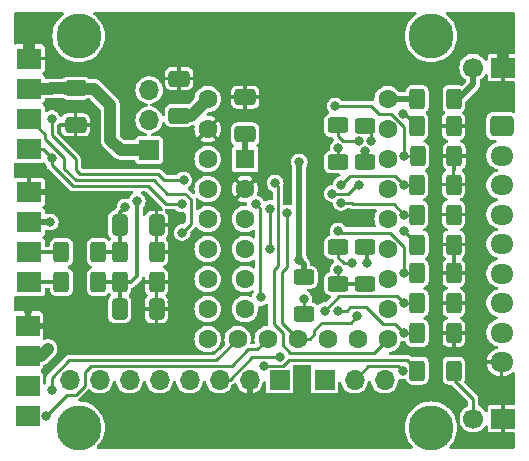
<source format=gbr>
G04 #@! TF.GenerationSoftware,KiCad,Pcbnew,7.0.1*
G04 #@! TF.CreationDate,2023-03-28T11:43:29+02:00*
G04 #@! TF.ProjectId,OXS_RP2040_Full,4f58535f-5250-4323-9034-305f46756c6c,rev?*
G04 #@! TF.SameCoordinates,Original*
G04 #@! TF.FileFunction,Copper,L2,Bot*
G04 #@! TF.FilePolarity,Positive*
%FSLAX46Y46*%
G04 Gerber Fmt 4.6, Leading zero omitted, Abs format (unit mm)*
G04 Created by KiCad (PCBNEW 7.0.1) date 2023-03-28 11:43:29*
%MOMM*%
%LPD*%
G01*
G04 APERTURE LIST*
G04 Aperture macros list*
%AMRoundRect*
0 Rectangle with rounded corners*
0 $1 Rounding radius*
0 $2 $3 $4 $5 $6 $7 $8 $9 X,Y pos of 4 corners*
0 Add a 4 corners polygon primitive as box body*
4,1,4,$2,$3,$4,$5,$6,$7,$8,$9,$2,$3,0*
0 Add four circle primitives for the rounded corners*
1,1,$1+$1,$2,$3*
1,1,$1+$1,$4,$5*
1,1,$1+$1,$6,$7*
1,1,$1+$1,$8,$9*
0 Add four rect primitives between the rounded corners*
20,1,$1+$1,$2,$3,$4,$5,0*
20,1,$1+$1,$4,$5,$6,$7,0*
20,1,$1+$1,$6,$7,$8,$9,0*
20,1,$1+$1,$8,$9,$2,$3,0*%
G04 Aperture macros list end*
G04 #@! TA.AperFunction,ComponentPad*
%ADD10C,1.700000*%
G04 #@! TD*
G04 #@! TA.AperFunction,SMDPad,CuDef*
%ADD11R,2.000000X1.700000*%
G04 #@! TD*
G04 #@! TA.AperFunction,ComponentPad*
%ADD12RoundRect,0.250000X-0.725000X0.600000X-0.725000X-0.600000X0.725000X-0.600000X0.725000X0.600000X0*%
G04 #@! TD*
G04 #@! TA.AperFunction,ComponentPad*
%ADD13O,1.950000X1.700000*%
G04 #@! TD*
G04 #@! TA.AperFunction,ComponentPad*
%ADD14R,1.600000X1.600000*%
G04 #@! TD*
G04 #@! TA.AperFunction,ComponentPad*
%ADD15C,1.600000*%
G04 #@! TD*
G04 #@! TA.AperFunction,ComponentPad*
%ADD16C,3.800000*%
G04 #@! TD*
G04 #@! TA.AperFunction,ComponentPad*
%ADD17R,1.700000X1.700000*%
G04 #@! TD*
G04 #@! TA.AperFunction,ComponentPad*
%ADD18O,1.700000X1.700000*%
G04 #@! TD*
G04 #@! TA.AperFunction,SMDPad,CuDef*
%ADD19R,2.000000X1.800000*%
G04 #@! TD*
G04 #@! TA.AperFunction,SMDPad,CuDef*
%ADD20RoundRect,0.250000X-0.625000X0.400000X-0.625000X-0.400000X0.625000X-0.400000X0.625000X0.400000X0*%
G04 #@! TD*
G04 #@! TA.AperFunction,SMDPad,CuDef*
%ADD21RoundRect,0.250000X-0.400000X-0.625000X0.400000X-0.625000X0.400000X0.625000X-0.400000X0.625000X0*%
G04 #@! TD*
G04 #@! TA.AperFunction,SMDPad,CuDef*
%ADD22RoundRect,0.250000X0.400000X0.625000X-0.400000X0.625000X-0.400000X-0.625000X0.400000X-0.625000X0*%
G04 #@! TD*
G04 #@! TA.AperFunction,SMDPad,CuDef*
%ADD23RoundRect,0.250000X0.412500X0.650000X-0.412500X0.650000X-0.412500X-0.650000X0.412500X-0.650000X0*%
G04 #@! TD*
G04 #@! TA.AperFunction,SMDPad,CuDef*
%ADD24RoundRect,0.250000X0.625000X-0.400000X0.625000X0.400000X-0.625000X0.400000X-0.625000X-0.400000X0*%
G04 #@! TD*
G04 #@! TA.AperFunction,SMDPad,CuDef*
%ADD25RoundRect,0.250000X0.650000X-0.412500X0.650000X0.412500X-0.650000X0.412500X-0.650000X-0.412500X0*%
G04 #@! TD*
G04 #@! TA.AperFunction,SMDPad,CuDef*
%ADD26RoundRect,0.250000X-0.650000X0.412500X-0.650000X-0.412500X0.650000X-0.412500X0.650000X0.412500X0*%
G04 #@! TD*
G04 #@! TA.AperFunction,ViaPad*
%ADD27C,0.800000*%
G04 #@! TD*
G04 #@! TA.AperFunction,ViaPad*
%ADD28C,1.000000*%
G04 #@! TD*
G04 #@! TA.AperFunction,Conductor*
%ADD29C,0.500000*%
G04 #@! TD*
G04 #@! TA.AperFunction,Conductor*
%ADD30C,0.250000*%
G04 #@! TD*
G04 #@! TA.AperFunction,Conductor*
%ADD31C,1.000000*%
G04 #@! TD*
G04 #@! TA.AperFunction,Conductor*
%ADD32C,0.310000*%
G04 #@! TD*
G04 APERTURE END LIST*
D10*
X108478000Y-108585000D03*
D11*
X111018000Y-108585000D03*
D12*
X110871000Y-83820000D03*
D13*
X110871000Y-86320000D03*
X110871000Y-88820000D03*
X110871000Y-91320000D03*
X110871000Y-93820000D03*
X110871000Y-96320000D03*
X110871000Y-98820000D03*
X110871000Y-101320000D03*
X110871000Y-103820000D03*
D14*
X89154000Y-86614000D03*
D15*
X89154000Y-89154000D03*
X89154000Y-91694000D03*
X89154000Y-94234000D03*
X89154000Y-96774000D03*
X89154000Y-99314000D03*
D16*
X104902000Y-109347000D03*
X75057000Y-76200000D03*
D15*
X101219000Y-81534000D03*
X101219000Y-84074000D03*
X101219000Y-86614000D03*
X101219000Y-89154000D03*
X101219000Y-91694000D03*
X101219000Y-94234000D03*
X101219000Y-96774000D03*
X101219000Y-99314000D03*
X101219000Y-101854000D03*
X98679000Y-101854000D03*
X96139000Y-101854000D03*
X93599000Y-101854000D03*
X91059000Y-101854000D03*
X88519000Y-101854000D03*
X85979000Y-101854000D03*
X85979000Y-99314000D03*
X85979000Y-96774000D03*
X85979000Y-94234000D03*
X85979000Y-91694000D03*
X85979000Y-89154000D03*
X85979000Y-86614000D03*
X85979000Y-84074000D03*
X85979000Y-81534000D03*
D10*
X108458000Y-78867000D03*
D11*
X110998000Y-78867000D03*
D17*
X81026000Y-85852000D03*
D18*
X81026000Y-83312000D03*
X81026000Y-80772000D03*
D16*
X75057000Y-109347000D03*
D17*
X92075000Y-105283000D03*
D18*
X89535000Y-105283000D03*
X86995000Y-105283000D03*
X84455000Y-105283000D03*
X81915000Y-105283000D03*
X79375000Y-105283000D03*
X76835000Y-105283000D03*
X74295000Y-105283000D03*
D17*
X95885000Y-105283000D03*
D18*
X98425000Y-105283000D03*
X100965000Y-105283000D03*
D16*
X104902000Y-76200000D03*
D19*
X70739000Y-100711000D03*
X70739000Y-103251000D03*
X70739000Y-105791000D03*
X70739000Y-108331000D03*
D20*
X94107000Y-96621000D03*
X94107000Y-99721000D03*
D21*
X103733000Y-81534000D03*
X106833000Y-81534000D03*
D22*
X76708000Y-97028000D03*
X73608000Y-97028000D03*
D23*
X81661000Y-92202000D03*
X78536000Y-92202000D03*
D19*
X70866000Y-89408000D03*
X70866000Y-91948000D03*
X70866000Y-94488000D03*
X70866000Y-97028000D03*
D24*
X99314000Y-97181000D03*
X99314000Y-94081000D03*
D22*
X106833000Y-93853000D03*
X103733000Y-93853000D03*
D25*
X89154000Y-84493500D03*
X89154000Y-81368500D03*
D22*
X106859000Y-86360000D03*
X103759000Y-86360000D03*
X81661000Y-97028000D03*
X78561000Y-97028000D03*
D23*
X81661000Y-99314000D03*
X78536000Y-99314000D03*
D26*
X74803000Y-80606500D03*
X74803000Y-83731500D03*
D24*
X97028000Y-86868000D03*
X97028000Y-83768000D03*
D19*
X70866000Y-78105000D03*
X70866000Y-80645000D03*
X70866000Y-83185000D03*
X70866000Y-85725000D03*
D24*
X97028000Y-97181000D03*
X97028000Y-94081000D03*
D22*
X106833000Y-98806000D03*
X103733000Y-98806000D03*
D21*
X103733000Y-104521000D03*
X106833000Y-104521000D03*
D22*
X106807000Y-83820000D03*
X103707000Y-83820000D03*
D20*
X99314000Y-83794000D03*
X99314000Y-86894000D03*
D22*
X81661000Y-94488000D03*
X78561000Y-94488000D03*
D25*
X83566000Y-82931000D03*
X83566000Y-79806000D03*
D22*
X106807000Y-88773000D03*
X103707000Y-88773000D03*
X106833000Y-96266000D03*
X103733000Y-96266000D03*
X106833000Y-101346000D03*
X103733000Y-101346000D03*
X106807000Y-91313000D03*
X103707000Y-91313000D03*
X76708000Y-94488000D03*
X73608000Y-94488000D03*
D27*
X82931000Y-94488000D03*
X82931000Y-97028000D03*
X105156000Y-81534000D03*
X70866000Y-76454000D03*
D28*
X70739000Y-99187000D03*
D27*
X82931000Y-92202000D03*
X95250000Y-92837000D03*
D28*
X77978000Y-101092000D03*
X81280000Y-76454000D03*
D27*
X95250000Y-82524000D03*
X99330490Y-85934301D03*
X82931000Y-98679000D03*
X72644000Y-89408000D03*
D28*
X78613000Y-78994000D03*
D27*
X72644000Y-91948000D03*
X97028000Y-96012000D03*
X93726000Y-95123000D03*
X97028000Y-85699000D03*
D28*
X72453500Y-102679500D03*
D27*
X93726000Y-86868000D03*
X78994000Y-90678000D03*
X80010000Y-90170000D03*
X91694000Y-88646000D03*
X83947000Y-88392000D03*
X72771000Y-83185000D03*
X83820000Y-90424000D03*
X72771000Y-86487000D03*
X90043000Y-90424000D03*
X90466365Y-98329151D03*
X72771000Y-106172000D03*
X72263000Y-108331000D03*
X94107000Y-98425000D03*
X96520000Y-89535000D03*
X98806000Y-88773000D03*
X91223500Y-90805000D03*
X91223500Y-94234000D03*
X92710000Y-91186000D03*
X92075000Y-103378000D03*
X98634299Y-99904299D03*
D28*
X72732500Y-80606500D03*
D27*
X102489000Y-104521000D03*
X98806000Y-85064000D03*
X98196831Y-95450198D03*
X99822000Y-85064000D03*
X99441000Y-95439934D03*
X83820000Y-92837000D03*
X102526795Y-82766205D03*
X96774000Y-82143000D03*
X102616000Y-86360000D03*
X97282000Y-88773000D03*
X102616000Y-88773000D03*
X102616000Y-91313000D03*
X97282000Y-90297000D03*
X102616000Y-92710000D03*
X97028000Y-92710000D03*
X102616000Y-96266000D03*
X95885000Y-99441000D03*
X102616000Y-98806000D03*
X102616000Y-101346000D03*
X97028000Y-99441000D03*
X90715000Y-104103000D03*
D29*
X70866000Y-89408000D02*
X72644000Y-89408000D01*
D30*
X99314000Y-86894000D02*
X99314000Y-85852000D01*
D31*
X70866000Y-78105000D02*
X70866000Y-76454000D01*
X111018000Y-78633000D02*
X110998000Y-78613000D01*
D30*
X99330490Y-85868490D02*
X99330490Y-85934301D01*
X99314000Y-85852000D02*
X99330490Y-85868490D01*
D31*
X110998000Y-78867000D02*
X110998000Y-77216000D01*
D29*
X70739000Y-100711000D02*
X72390000Y-100711000D01*
X89535000Y-105283000D02*
X89535000Y-106680000D01*
X70739000Y-100711000D02*
X70739000Y-99187000D01*
D31*
X71882000Y-103251000D02*
X70739000Y-103251000D01*
D30*
X97028000Y-86868000D02*
X97028000Y-85699000D01*
D29*
X94107000Y-95504000D02*
X93726000Y-95123000D01*
X93726000Y-95123000D02*
X93726000Y-86868000D01*
X70866000Y-91948000D02*
X72644000Y-91948000D01*
D31*
X72453500Y-102679500D02*
X71882000Y-103251000D01*
D29*
X94107000Y-96621000D02*
X94107000Y-95504000D01*
X89154000Y-86614000D02*
X89154000Y-84493500D01*
D30*
X97028000Y-97181000D02*
X97028000Y-96012000D01*
D32*
X99314000Y-97181000D02*
X97028000Y-97181000D01*
X78536000Y-91136000D02*
X78867000Y-90805000D01*
X78561000Y-92227000D02*
X78536000Y-92202000D01*
X78561000Y-94488000D02*
X78561000Y-92227000D01*
X78536000Y-92202000D02*
X78536000Y-91136000D01*
X76708000Y-94488000D02*
X78561000Y-94488000D01*
X78867000Y-90805000D02*
X78994000Y-90678000D01*
X78561000Y-99289000D02*
X78536000Y-99314000D01*
X78561000Y-97028000D02*
X78561000Y-99289000D01*
X80010000Y-96520000D02*
X80010000Y-90170000D01*
X78561000Y-97028000D02*
X79502000Y-97028000D01*
X79502000Y-97028000D02*
X80010000Y-96520000D01*
X76708000Y-97028000D02*
X78561000Y-97028000D01*
D31*
X84582000Y-82931000D02*
X85979000Y-81534000D01*
X81153000Y-83439000D02*
X81026000Y-83312000D01*
X83566000Y-82931000D02*
X84582000Y-82931000D01*
D30*
X74803000Y-87503000D02*
X74803000Y-86651000D01*
X82296000Y-88392000D02*
X83947000Y-88392000D01*
X91567000Y-96012000D02*
X91567000Y-100584000D01*
X100076000Y-102997000D02*
X101219000Y-101854000D01*
X92329000Y-102362000D02*
X92964000Y-102997000D01*
X74803000Y-86651000D02*
X72771000Y-84619000D01*
X91567000Y-100584000D02*
X92329000Y-101346000D01*
X72771000Y-84619000D02*
X72771000Y-83185000D01*
X91948000Y-95631000D02*
X91567000Y-96012000D01*
X81788000Y-87884000D02*
X82296000Y-88392000D01*
X92964000Y-102997000D02*
X100076000Y-102997000D01*
X75184000Y-87884000D02*
X74803000Y-87503000D01*
X91694000Y-88646000D02*
X91948000Y-88900000D01*
X81788000Y-87884000D02*
X75184000Y-87884000D01*
X92329000Y-101346000D02*
X92329000Y-102362000D01*
X91948000Y-88900000D02*
X91948000Y-95631000D01*
X90424000Y-90805000D02*
X90424000Y-98286786D01*
X90424000Y-98286786D02*
X90466365Y-98329151D01*
X72009000Y-85725000D02*
X72771000Y-86487000D01*
X72771000Y-87122000D02*
X74549000Y-88900000D01*
X80899000Y-88900000D02*
X82423000Y-90424000D01*
X70866000Y-85725000D02*
X72009000Y-85725000D01*
X74549000Y-88900000D02*
X80899000Y-88900000D01*
X72771000Y-86487000D02*
X72771000Y-87122000D01*
X90043000Y-90424000D02*
X90424000Y-90805000D01*
X82423000Y-90424000D02*
X83820000Y-90424000D01*
X72771000Y-105145299D02*
X74258299Y-103658000D01*
X72771000Y-106172000D02*
X72771000Y-105145299D01*
X86715000Y-103658000D02*
X88519000Y-101854000D01*
X74258299Y-103658000D02*
X86715000Y-103658000D01*
X74041000Y-106553000D02*
X72263000Y-108331000D01*
X75565000Y-104648000D02*
X75565000Y-105791000D01*
X74803000Y-106553000D02*
X74041000Y-106553000D01*
X75565000Y-105791000D02*
X74803000Y-106553000D01*
X89403347Y-102738347D02*
X88033694Y-104108000D01*
X90174653Y-102738347D02*
X91059000Y-101854000D01*
X89403347Y-102738347D02*
X90174653Y-102738347D01*
X76105000Y-104108000D02*
X75565000Y-104648000D01*
X88033694Y-104108000D02*
X76105000Y-104108000D01*
X97906299Y-89535000D02*
X96520000Y-89535000D01*
X98668299Y-88773000D02*
X97906299Y-89535000D01*
X94107000Y-98425000D02*
X94107000Y-99721000D01*
X98806000Y-88773000D02*
X98668299Y-88773000D01*
X91223500Y-94234000D02*
X91223500Y-90805000D01*
X92710000Y-95758000D02*
X92265500Y-96202500D01*
X92075000Y-103378000D02*
X89778299Y-103378000D01*
X92710000Y-91186000D02*
X92710000Y-95758000D01*
X98081598Y-100457000D02*
X95631000Y-100457000D01*
X92265500Y-96202500D02*
X92265500Y-100520500D01*
X92265500Y-100520500D02*
X93599000Y-101854000D01*
X89778299Y-103378000D02*
X87873299Y-105283000D01*
X98634299Y-99904299D02*
X98081598Y-100457000D01*
X95014000Y-101455000D02*
X95014000Y-101074000D01*
X93599000Y-101854000D02*
X94615000Y-101854000D01*
X95014000Y-101074000D02*
X95631000Y-100457000D01*
X87873299Y-105283000D02*
X86995000Y-105283000D01*
X94615000Y-101854000D02*
X95014000Y-101455000D01*
D29*
X107208000Y-81534000D02*
X108478000Y-80264000D01*
X108458000Y-80244000D02*
X108458000Y-78867000D01*
X108478000Y-80264000D02*
X108458000Y-80244000D01*
X106833000Y-81534000D02*
X107208000Y-81534000D01*
D31*
X72694000Y-80645000D02*
X72732500Y-80606500D01*
X72732500Y-80606500D02*
X74803000Y-80606500D01*
X74041000Y-80606500D02*
X74803000Y-80606500D01*
X77724000Y-84963000D02*
X77724000Y-82042000D01*
X76327000Y-80645000D02*
X74841500Y-80645000D01*
X70866000Y-80645000D02*
X72694000Y-80645000D01*
X81026000Y-85852000D02*
X78613000Y-85852000D01*
X74002500Y-80645000D02*
X74041000Y-80606500D01*
X77724000Y-82042000D02*
X76327000Y-80645000D01*
X78613000Y-85852000D02*
X77724000Y-84963000D01*
X74841500Y-80645000D02*
X74803000Y-80606500D01*
D32*
X70866000Y-94488000D02*
X73608000Y-94488000D01*
X70866000Y-97028000D02*
X73608000Y-97028000D01*
D30*
X99600000Y-104108000D02*
X102076000Y-104108000D01*
X98425000Y-105283000D02*
X99600000Y-104108000D01*
X102076000Y-104108000D02*
X102489000Y-104521000D01*
X97028000Y-83768000D02*
X97028000Y-84683000D01*
X97409000Y-85064000D02*
X98806000Y-85064000D01*
X97028000Y-84683000D02*
X97409000Y-85064000D01*
X97028000Y-94996000D02*
X97028000Y-94081000D01*
X97319000Y-95287000D02*
X97028000Y-94996000D01*
X97328305Y-95287000D02*
X97319000Y-95287000D01*
X97491503Y-95450198D02*
X97328305Y-95287000D01*
X98196831Y-95450198D02*
X97491503Y-95450198D01*
X99822000Y-84302000D02*
X99314000Y-83794000D01*
X99822000Y-85064000D02*
X99822000Y-84302000D01*
D32*
X99441000Y-95439934D02*
X99441000Y-94208000D01*
X99441000Y-94208000D02*
X99314000Y-94081000D01*
D30*
X81407000Y-88392000D02*
X74801604Y-88392000D01*
X73845000Y-86535695D02*
X72191000Y-84881695D01*
X82550000Y-89535000D02*
X81407000Y-88392000D01*
X84074000Y-89535000D02*
X82550000Y-89535000D01*
X83820000Y-92837000D02*
X84545000Y-92112000D01*
X72191000Y-84881695D02*
X72191000Y-84510000D01*
X84545000Y-90006000D02*
X84074000Y-89535000D01*
X73845000Y-87435396D02*
X73845000Y-86535695D01*
X84545000Y-92112000D02*
X84545000Y-90006000D01*
X72191000Y-84510000D02*
X70866000Y-83185000D01*
X74801604Y-88392000D02*
X73845000Y-87435396D01*
D29*
X103733000Y-81534000D02*
X101219000Y-81534000D01*
D30*
X102653205Y-82766205D02*
X103707000Y-83820000D01*
X102526795Y-82766205D02*
X102653205Y-82766205D01*
X96774000Y-82143000D02*
X99796000Y-82143000D01*
X99796000Y-82143000D02*
X100457000Y-82804000D01*
X103759000Y-86360000D02*
X102616000Y-86360000D01*
X102616000Y-86360000D02*
X102616000Y-83880009D01*
X102616000Y-83880009D02*
X101539991Y-82804000D01*
X101539991Y-82804000D02*
X100457000Y-82804000D01*
X103707000Y-88773000D02*
X102616000Y-88773000D01*
X98026000Y-88029000D02*
X101872000Y-88029000D01*
X97282000Y-88773000D02*
X98026000Y-88029000D01*
X101872000Y-88029000D02*
X102616000Y-88773000D01*
X98171000Y-90297000D02*
X97282000Y-90297000D01*
X103707000Y-91313000D02*
X102616000Y-91313000D01*
X98298000Y-90424000D02*
X98171000Y-90297000D01*
X102616000Y-91313000D02*
X101727000Y-90424000D01*
X101727000Y-90424000D02*
X98298000Y-90424000D01*
X103733000Y-93827000D02*
X102616000Y-92710000D01*
X103733000Y-93853000D02*
X103733000Y-93827000D01*
X102616000Y-94040009D02*
X102616000Y-96266000D01*
X97028000Y-92710000D02*
X97155000Y-92837000D01*
X101412991Y-92837000D02*
X102616000Y-94040009D01*
X97155000Y-92837000D02*
X101412991Y-92837000D01*
X103733000Y-96266000D02*
X102616000Y-96266000D01*
X97137000Y-98189000D02*
X101999000Y-98189000D01*
X103733000Y-98806000D02*
X102616000Y-98806000D01*
X95885000Y-99441000D02*
X97137000Y-98189000D01*
X101999000Y-98189000D02*
X102616000Y-98806000D01*
X103733000Y-101346000D02*
X102616000Y-101346000D01*
X100838000Y-100584000D02*
X101854000Y-100584000D01*
X99433299Y-99179299D02*
X100838000Y-100584000D01*
X101854000Y-100584000D02*
X102616000Y-101346000D01*
X97028000Y-99441000D02*
X97782299Y-99441000D01*
X97782299Y-99441000D02*
X98044000Y-99179299D01*
X98044000Y-99179299D02*
X99433299Y-99179299D01*
X90678000Y-104140000D02*
X90715000Y-104103000D01*
X92375305Y-104103000D02*
X90715000Y-104103000D01*
X102108000Y-103632000D02*
X92846305Y-103632000D01*
X92846305Y-103632000D02*
X92375305Y-104103000D01*
X102844000Y-103632000D02*
X102108000Y-103632000D01*
X103733000Y-104521000D02*
X102844000Y-103632000D01*
X106833000Y-105309000D02*
X108478000Y-106954000D01*
X106833000Y-104521000D02*
X106833000Y-105309000D01*
X108478000Y-106954000D02*
X108478000Y-108585000D01*
G04 #@! TA.AperFunction,Conductor*
G36*
X73771125Y-74183810D02*
G01*
X73816263Y-74227210D01*
X73834440Y-74287132D01*
X73821021Y-74348295D01*
X73779427Y-74395102D01*
X73708446Y-74442529D01*
X73490587Y-74633587D01*
X73299529Y-74851446D01*
X73138543Y-75092379D01*
X73010380Y-75352266D01*
X72917239Y-75626652D01*
X72860709Y-75910846D01*
X72841757Y-76200000D01*
X72860709Y-76489153D01*
X72917239Y-76773347D01*
X73010380Y-77047734D01*
X73052327Y-77132793D01*
X73138543Y-77307622D01*
X73203025Y-77404125D01*
X73299529Y-77548554D01*
X73329738Y-77583000D01*
X73490587Y-77766413D01*
X73573097Y-77838772D01*
X73708445Y-77957470D01*
X73728268Y-77970715D01*
X73949378Y-78118457D01*
X74202711Y-78243387D01*
X74209265Y-78246619D01*
X74483652Y-78339760D01*
X74767846Y-78396290D01*
X74767848Y-78396290D01*
X74767853Y-78396291D01*
X75057000Y-78415243D01*
X75346147Y-78396291D01*
X75346151Y-78396290D01*
X75346153Y-78396290D01*
X75630347Y-78339760D01*
X75836654Y-78269729D01*
X75904737Y-78246618D01*
X76164622Y-78118457D01*
X76405554Y-77957470D01*
X76623413Y-77766413D01*
X76814470Y-77548554D01*
X76975457Y-77307622D01*
X77103618Y-77047737D01*
X77196760Y-76773347D01*
X77253291Y-76489147D01*
X77272243Y-76200000D01*
X77253291Y-75910853D01*
X77196760Y-75626653D01*
X77103618Y-75352263D01*
X76975457Y-75092379D01*
X76814470Y-74851446D01*
X76623413Y-74633587D01*
X76521622Y-74544319D01*
X76405554Y-74442529D01*
X76334574Y-74395102D01*
X76292980Y-74348295D01*
X76279561Y-74287132D01*
X76297738Y-74227210D01*
X76342876Y-74183810D01*
X76403465Y-74168000D01*
X103555536Y-74168000D01*
X103616125Y-74183810D01*
X103661263Y-74227210D01*
X103679440Y-74287132D01*
X103666021Y-74348295D01*
X103624427Y-74395102D01*
X103553446Y-74442529D01*
X103335587Y-74633587D01*
X103144529Y-74851446D01*
X102983543Y-75092379D01*
X102855380Y-75352266D01*
X102762239Y-75626652D01*
X102705709Y-75910846D01*
X102686757Y-76200000D01*
X102705709Y-76489153D01*
X102762239Y-76773347D01*
X102855380Y-77047734D01*
X102897327Y-77132793D01*
X102983543Y-77307622D01*
X103048025Y-77404125D01*
X103144529Y-77548554D01*
X103174738Y-77583000D01*
X103335587Y-77766413D01*
X103418097Y-77838772D01*
X103553445Y-77957470D01*
X103573268Y-77970715D01*
X103794378Y-78118457D01*
X104047711Y-78243387D01*
X104054265Y-78246619D01*
X104328652Y-78339760D01*
X104612846Y-78396290D01*
X104612848Y-78396290D01*
X104612853Y-78396291D01*
X104902000Y-78415243D01*
X105191147Y-78396291D01*
X105191151Y-78396290D01*
X105191153Y-78396290D01*
X105475347Y-78339760D01*
X105681654Y-78269729D01*
X105749737Y-78246618D01*
X106009622Y-78118457D01*
X106250554Y-77957470D01*
X106468413Y-77766413D01*
X106659470Y-77548554D01*
X106820457Y-77307622D01*
X106948618Y-77047737D01*
X107041760Y-76773347D01*
X107098291Y-76489147D01*
X107117243Y-76200000D01*
X107098291Y-75910853D01*
X107041760Y-75626653D01*
X106948618Y-75352263D01*
X106820457Y-75092379D01*
X106659470Y-74851446D01*
X106468413Y-74633587D01*
X106366622Y-74544319D01*
X106250554Y-74442529D01*
X106179574Y-74395102D01*
X106137980Y-74348295D01*
X106124561Y-74287132D01*
X106142738Y-74227210D01*
X106187876Y-74183810D01*
X106248465Y-74168000D01*
X111890000Y-74168000D01*
X111952000Y-74184613D01*
X111997387Y-74230000D01*
X112014000Y-74292000D01*
X112014000Y-77583000D01*
X111997387Y-77645000D01*
X111952000Y-77690387D01*
X111890000Y-77707000D01*
X111153000Y-77707000D01*
X111153000Y-80027000D01*
X111890000Y-80027000D01*
X111952000Y-80043613D01*
X111997387Y-80089000D01*
X112014000Y-80151000D01*
X112014000Y-82600881D01*
X111999358Y-82659334D01*
X111958891Y-82703983D01*
X111902154Y-82724284D01*
X111842548Y-82715442D01*
X111742320Y-82673926D01*
X111669267Y-82664308D01*
X111632742Y-82659500D01*
X110109255Y-82659500D01*
X109999681Y-82673924D01*
X109863330Y-82730403D01*
X109746245Y-82820245D01*
X109656404Y-82937330D01*
X109632936Y-82993987D01*
X109603633Y-83064732D01*
X109599926Y-83073681D01*
X109585500Y-83183257D01*
X109585500Y-84456744D01*
X109599924Y-84566318D01*
X109656403Y-84702669D01*
X109746245Y-84819754D01*
X109813916Y-84871679D01*
X109863331Y-84909596D01*
X109999680Y-84966074D01*
X110109259Y-84980500D01*
X110324311Y-84980499D01*
X110381282Y-84994363D01*
X110425517Y-85032854D01*
X110447120Y-85087366D01*
X110441261Y-85145709D01*
X110409250Y-85194837D01*
X110358246Y-85223765D01*
X110324979Y-85233230D01*
X110132460Y-85329093D01*
X109960828Y-85458704D01*
X109815932Y-85617646D01*
X109702712Y-85800503D01*
X109666153Y-85894874D01*
X109625019Y-86001053D01*
X109585500Y-86212464D01*
X109585500Y-86427536D01*
X109625019Y-86638947D01*
X109677462Y-86774319D01*
X109702712Y-86839496D01*
X109815932Y-87022353D01*
X109960828Y-87181295D01*
X110132460Y-87310906D01*
X110324194Y-87406377D01*
X110324983Y-87406770D01*
X110399396Y-87427942D01*
X110479497Y-87450734D01*
X110534050Y-87483133D01*
X110565435Y-87538276D01*
X110565435Y-87601724D01*
X110534050Y-87656867D01*
X110479497Y-87689266D01*
X110324981Y-87733230D01*
X110132460Y-87829093D01*
X109960828Y-87958704D01*
X109815932Y-88117646D01*
X109702712Y-88300503D01*
X109667266Y-88392000D01*
X109625019Y-88501053D01*
X109585500Y-88712464D01*
X109585500Y-88927536D01*
X109625019Y-89138947D01*
X109693303Y-89315208D01*
X109702712Y-89339496D01*
X109791875Y-89483500D01*
X109815933Y-89522354D01*
X109958924Y-89679207D01*
X109960828Y-89681295D01*
X110132460Y-89810906D01*
X110321179Y-89904876D01*
X110324983Y-89906770D01*
X110398347Y-89927644D01*
X110479497Y-89950734D01*
X110534050Y-89983133D01*
X110565435Y-90038276D01*
X110565435Y-90101724D01*
X110534050Y-90156867D01*
X110479497Y-90189266D01*
X110324981Y-90233230D01*
X110132460Y-90329093D01*
X109960828Y-90458704D01*
X109815932Y-90617646D01*
X109702712Y-90800503D01*
X109634848Y-90975682D01*
X109625019Y-91001053D01*
X109585500Y-91212464D01*
X109585500Y-91427536D01*
X109625019Y-91638946D01*
X109702712Y-91839496D01*
X109809272Y-92011597D01*
X109815933Y-92022354D01*
X109905839Y-92120976D01*
X109960828Y-92181295D01*
X110132460Y-92310906D01*
X110285876Y-92387297D01*
X110324983Y-92406770D01*
X110380644Y-92422607D01*
X110479497Y-92450734D01*
X110534050Y-92483133D01*
X110565435Y-92538276D01*
X110565435Y-92601724D01*
X110534050Y-92656867D01*
X110479497Y-92689266D01*
X110324981Y-92733230D01*
X110132460Y-92829093D01*
X109960828Y-92958704D01*
X109815932Y-93117646D01*
X109702712Y-93300503D01*
X109625342Y-93500218D01*
X109625019Y-93501053D01*
X109593546Y-93669424D01*
X109585500Y-93712466D01*
X109585500Y-93927534D01*
X109625019Y-94138946D01*
X109702712Y-94339496D01*
X109815932Y-94522353D01*
X109960828Y-94681295D01*
X110132460Y-94810906D01*
X110324194Y-94906377D01*
X110324983Y-94906770D01*
X110399396Y-94927942D01*
X110479497Y-94950734D01*
X110534050Y-94983133D01*
X110565435Y-95038276D01*
X110565435Y-95101724D01*
X110534050Y-95156867D01*
X110479497Y-95189266D01*
X110324981Y-95233230D01*
X110132460Y-95329093D01*
X109960828Y-95458704D01*
X109815932Y-95617646D01*
X109702712Y-95800503D01*
X109644997Y-95949483D01*
X109625019Y-96001053D01*
X109585500Y-96212464D01*
X109585500Y-96427536D01*
X109625019Y-96638947D01*
X109634469Y-96663340D01*
X109702712Y-96839496D01*
X109815932Y-97022353D01*
X109829575Y-97037318D01*
X109940283Y-97158759D01*
X109960828Y-97181295D01*
X110132460Y-97310906D01*
X110272416Y-97380595D01*
X110324983Y-97406770D01*
X110376539Y-97421439D01*
X110479497Y-97450734D01*
X110534050Y-97483133D01*
X110565435Y-97538276D01*
X110565435Y-97601724D01*
X110534050Y-97656867D01*
X110479497Y-97689266D01*
X110324981Y-97733230D01*
X110132460Y-97829093D01*
X109960828Y-97958704D01*
X109815932Y-98117646D01*
X109702712Y-98300503D01*
X109669219Y-98386959D01*
X109625019Y-98501053D01*
X109585500Y-98712464D01*
X109585500Y-98927536D01*
X109625019Y-99138947D01*
X109681313Y-99284259D01*
X109702712Y-99339496D01*
X109815932Y-99522353D01*
X109960828Y-99681295D01*
X110132460Y-99810906D01*
X110313604Y-99901104D01*
X110324983Y-99906770D01*
X110384552Y-99923719D01*
X110479497Y-99950734D01*
X110534050Y-99983133D01*
X110565435Y-100038276D01*
X110565435Y-100101724D01*
X110534050Y-100156867D01*
X110479497Y-100189266D01*
X110324981Y-100233230D01*
X110132460Y-100329093D01*
X109960828Y-100458704D01*
X109815932Y-100617646D01*
X109702712Y-100800503D01*
X109667068Y-100892511D01*
X109625019Y-101001053D01*
X109585500Y-101212464D01*
X109585500Y-101427536D01*
X109625019Y-101638947D01*
X109667066Y-101747482D01*
X109702712Y-101839496D01*
X109815932Y-102022353D01*
X109960828Y-102181295D01*
X110132460Y-102310906D01*
X110324982Y-102406770D01*
X110399358Y-102427931D01*
X110480411Y-102450993D01*
X110534963Y-102483391D01*
X110566349Y-102538534D01*
X110566349Y-102601983D01*
X110534964Y-102657126D01*
X110480411Y-102689525D01*
X110325164Y-102733697D01*
X110132722Y-102829522D01*
X109961163Y-102959077D01*
X109816335Y-103117946D01*
X109703162Y-103300727D01*
X109625502Y-103501191D01*
X109594881Y-103665000D01*
X110902000Y-103665000D01*
X110964000Y-103681613D01*
X111009387Y-103727000D01*
X111026000Y-103789000D01*
X111026000Y-104980000D01*
X111049635Y-104980000D01*
X111210065Y-104965134D01*
X111416834Y-104906303D01*
X111609277Y-104810477D01*
X111780835Y-104680922D01*
X111798363Y-104661696D01*
X111847350Y-104628800D01*
X111905996Y-104622270D01*
X111961019Y-104643586D01*
X111999960Y-104687921D01*
X112014000Y-104745234D01*
X112014000Y-107301000D01*
X111997387Y-107363000D01*
X111952000Y-107408387D01*
X111890000Y-107425000D01*
X111173000Y-107425000D01*
X111173000Y-109745000D01*
X111890000Y-109745000D01*
X111952000Y-109761613D01*
X111997387Y-109807000D01*
X112014000Y-109869000D01*
X112014000Y-111001000D01*
X111997387Y-111063000D01*
X111952000Y-111108387D01*
X111890000Y-111125000D01*
X106556529Y-111125000D01*
X106501685Y-111112212D01*
X106458153Y-111076486D01*
X106434912Y-111025191D01*
X106436754Y-110968906D01*
X106463301Y-110919241D01*
X106468408Y-110913416D01*
X106468413Y-110913413D01*
X106659470Y-110695554D01*
X106820457Y-110454622D01*
X106948618Y-110194737D01*
X107041760Y-109920347D01*
X107098291Y-109636147D01*
X107117243Y-109347000D01*
X107098291Y-109057853D01*
X107098289Y-109057845D01*
X107041760Y-108773652D01*
X106948619Y-108499266D01*
X106948618Y-108499263D01*
X106820457Y-108239379D01*
X106659470Y-107998446D01*
X106468413Y-107780587D01*
X106321627Y-107651859D01*
X106250554Y-107589529D01*
X106078880Y-107474820D01*
X106009622Y-107428543D01*
X105867954Y-107358680D01*
X105749734Y-107300380D01*
X105475347Y-107207239D01*
X105191153Y-107150709D01*
X104902000Y-107131757D01*
X104612846Y-107150709D01*
X104328652Y-107207239D01*
X104054266Y-107300380D01*
X103794379Y-107428543D01*
X103553446Y-107589529D01*
X103335587Y-107780587D01*
X103144529Y-107998446D01*
X102983543Y-108239379D01*
X102855380Y-108499266D01*
X102762239Y-108773652D01*
X102705709Y-109057846D01*
X102686757Y-109347000D01*
X102705709Y-109636153D01*
X102762239Y-109920347D01*
X102855380Y-110194734D01*
X102921194Y-110328192D01*
X102983543Y-110454622D01*
X103048025Y-110551125D01*
X103144529Y-110695554D01*
X103243259Y-110808133D01*
X103335587Y-110913413D01*
X103335591Y-110913416D01*
X103340699Y-110919241D01*
X103367246Y-110968906D01*
X103369088Y-111025191D01*
X103345847Y-111076486D01*
X103302315Y-111112212D01*
X103247471Y-111125000D01*
X76711529Y-111125000D01*
X76656685Y-111112212D01*
X76613153Y-111076486D01*
X76589912Y-111025191D01*
X76591754Y-110968906D01*
X76618301Y-110919241D01*
X76623408Y-110913416D01*
X76623413Y-110913413D01*
X76814470Y-110695554D01*
X76975457Y-110454622D01*
X77103618Y-110194737D01*
X77196760Y-109920347D01*
X77253291Y-109636147D01*
X77272243Y-109347000D01*
X77253291Y-109057853D01*
X77253289Y-109057845D01*
X77196760Y-108773652D01*
X77103619Y-108499266D01*
X77103618Y-108499263D01*
X76975457Y-108239379D01*
X76814470Y-107998446D01*
X76623413Y-107780587D01*
X76476627Y-107651859D01*
X76405554Y-107589529D01*
X76233880Y-107474820D01*
X76164622Y-107428543D01*
X76022954Y-107358680D01*
X75904734Y-107300380D01*
X75630347Y-107207239D01*
X75346146Y-107150708D01*
X75123128Y-107136090D01*
X75062922Y-107115839D01*
X75020643Y-107068432D01*
X75007386Y-107006310D01*
X75026631Y-106945774D01*
X75052575Y-106921847D01*
X75051309Y-106920581D01*
X75064528Y-106907360D01*
X75064530Y-106907360D01*
X75103579Y-106868310D01*
X75106895Y-106865117D01*
X75151916Y-106823345D01*
X75163029Y-106808859D01*
X75850731Y-106121157D01*
X75861089Y-106111901D01*
X75864053Y-106109537D01*
X75916438Y-106085015D01*
X75974249Y-106086923D01*
X76024903Y-106114846D01*
X76132646Y-106213067D01*
X76315504Y-106326288D01*
X76516053Y-106403981D01*
X76727464Y-106443500D01*
X76942534Y-106443500D01*
X76942536Y-106443500D01*
X77153947Y-106403981D01*
X77354496Y-106326288D01*
X77537354Y-106213067D01*
X77696294Y-106068173D01*
X77825904Y-105896542D01*
X77825904Y-105896540D01*
X77825906Y-105896539D01*
X77915834Y-105715938D01*
X77921770Y-105704017D01*
X77975315Y-105515827D01*
X77980628Y-105497156D01*
X77981529Y-105487433D01*
X78001633Y-105430381D01*
X78046336Y-105389629D01*
X78105000Y-105374874D01*
X78163664Y-105389629D01*
X78208367Y-105430381D01*
X78228471Y-105487433D01*
X78229371Y-105497156D01*
X78288230Y-105704018D01*
X78384093Y-105896539D01*
X78513704Y-106068171D01*
X78513706Y-106068173D01*
X78672646Y-106213067D01*
X78855504Y-106326288D01*
X79056053Y-106403981D01*
X79267464Y-106443500D01*
X79482534Y-106443500D01*
X79482536Y-106443500D01*
X79693947Y-106403981D01*
X79894496Y-106326288D01*
X80077354Y-106213067D01*
X80236294Y-106068173D01*
X80365904Y-105896542D01*
X80365904Y-105896540D01*
X80365906Y-105896539D01*
X80455834Y-105715938D01*
X80461770Y-105704017D01*
X80515315Y-105515827D01*
X80520628Y-105497156D01*
X80521529Y-105487433D01*
X80541633Y-105430381D01*
X80586336Y-105389629D01*
X80645000Y-105374874D01*
X80703664Y-105389629D01*
X80748367Y-105430381D01*
X80768471Y-105487433D01*
X80769371Y-105497156D01*
X80828230Y-105704018D01*
X80924093Y-105896539D01*
X81053704Y-106068171D01*
X81053706Y-106068173D01*
X81212646Y-106213067D01*
X81395504Y-106326288D01*
X81596053Y-106403981D01*
X81807464Y-106443500D01*
X82022534Y-106443500D01*
X82022536Y-106443500D01*
X82233947Y-106403981D01*
X82434496Y-106326288D01*
X82617354Y-106213067D01*
X82776294Y-106068173D01*
X82905904Y-105896542D01*
X82905904Y-105896540D01*
X82905906Y-105896539D01*
X82995834Y-105715938D01*
X83001770Y-105704017D01*
X83055315Y-105515827D01*
X83060628Y-105497156D01*
X83061529Y-105487433D01*
X83081633Y-105430381D01*
X83126336Y-105389629D01*
X83185000Y-105374874D01*
X83243664Y-105389629D01*
X83288367Y-105430381D01*
X83308471Y-105487433D01*
X83309371Y-105497156D01*
X83368230Y-105704018D01*
X83464093Y-105896539D01*
X83593704Y-106068171D01*
X83593706Y-106068173D01*
X83752646Y-106213067D01*
X83935504Y-106326288D01*
X84136053Y-106403981D01*
X84347464Y-106443500D01*
X84562534Y-106443500D01*
X84562536Y-106443500D01*
X84773947Y-106403981D01*
X84974496Y-106326288D01*
X85157354Y-106213067D01*
X85316294Y-106068173D01*
X85445904Y-105896542D01*
X85445904Y-105896540D01*
X85445906Y-105896539D01*
X85535834Y-105715938D01*
X85541770Y-105704017D01*
X85595315Y-105515827D01*
X85600628Y-105497156D01*
X85601529Y-105487433D01*
X85621633Y-105430381D01*
X85666336Y-105389629D01*
X85725000Y-105374874D01*
X85783664Y-105389629D01*
X85828367Y-105430381D01*
X85848471Y-105487433D01*
X85849371Y-105497156D01*
X85908230Y-105704018D01*
X86004093Y-105896539D01*
X86133704Y-106068171D01*
X86133706Y-106068173D01*
X86292646Y-106213067D01*
X86475504Y-106326288D01*
X86676053Y-106403981D01*
X86887464Y-106443500D01*
X87102534Y-106443500D01*
X87102536Y-106443500D01*
X87313947Y-106403981D01*
X87514496Y-106326288D01*
X87697354Y-106213067D01*
X87856294Y-106068173D01*
X87985904Y-105896542D01*
X87985904Y-105896540D01*
X87985906Y-105896539D01*
X88086892Y-105693731D01*
X88089245Y-105694903D01*
X88115144Y-105652691D01*
X88115592Y-105652276D01*
X88130429Y-105641759D01*
X88134826Y-105637361D01*
X88134829Y-105637360D01*
X88173878Y-105598309D01*
X88177164Y-105595144D01*
X88217632Y-105557597D01*
X88217633Y-105557594D01*
X88219259Y-105556086D01*
X88274414Y-105526469D01*
X88337009Y-105527570D01*
X88391088Y-105559111D01*
X88422866Y-105613050D01*
X88448697Y-105703835D01*
X88544522Y-105896277D01*
X88674077Y-106067836D01*
X88832946Y-106212664D01*
X89015727Y-106325837D01*
X89216191Y-106403497D01*
X89380000Y-106434119D01*
X89380000Y-105252000D01*
X89396613Y-105190000D01*
X89442000Y-105144613D01*
X89504000Y-105128000D01*
X89566000Y-105128000D01*
X89628000Y-105144613D01*
X89673387Y-105190000D01*
X89690000Y-105252000D01*
X89690000Y-106434119D01*
X89853808Y-106403497D01*
X90054272Y-106325837D01*
X90237053Y-106212664D01*
X90395922Y-106067836D01*
X90525477Y-105896277D01*
X90621302Y-105703834D01*
X90671234Y-105528343D01*
X90700160Y-105477338D01*
X90749288Y-105445326D01*
X90807631Y-105439466D01*
X90862144Y-105461068D01*
X90900636Y-105505302D01*
X90914500Y-105562277D01*
X90914500Y-106179359D01*
X90917511Y-106205317D01*
X90964402Y-106311516D01*
X91046483Y-106393597D01*
X91046484Y-106393597D01*
X91046486Y-106393599D01*
X91152680Y-106440488D01*
X91178643Y-106443500D01*
X92971356Y-106443499D01*
X92971359Y-106443499D01*
X92984337Y-106441993D01*
X92997320Y-106440488D01*
X93103514Y-106393599D01*
X93185599Y-106311514D01*
X93232488Y-106205320D01*
X93235500Y-106179357D01*
X93235499Y-104386644D01*
X93232488Y-104360680D01*
X93185599Y-104254486D01*
X93185598Y-104254485D01*
X93179903Y-104241586D01*
X93169743Y-104181485D01*
X93189447Y-104123804D01*
X93234254Y-104082481D01*
X93293338Y-104067500D01*
X94666662Y-104067500D01*
X94725746Y-104082481D01*
X94770553Y-104123805D01*
X94790257Y-104181485D01*
X94780097Y-104241586D01*
X94774401Y-104254485D01*
X94774401Y-104254486D01*
X94742339Y-104327100D01*
X94727512Y-104360680D01*
X94724500Y-104386643D01*
X94724500Y-106179359D01*
X94727511Y-106205317D01*
X94774402Y-106311516D01*
X94856483Y-106393597D01*
X94856484Y-106393597D01*
X94856486Y-106393599D01*
X94962680Y-106440488D01*
X94988643Y-106443500D01*
X96781356Y-106443499D01*
X96781359Y-106443499D01*
X96794337Y-106441993D01*
X96807320Y-106440488D01*
X96913514Y-106393599D01*
X96995599Y-106311514D01*
X97042488Y-106205320D01*
X97045500Y-106179357D01*
X97045499Y-105564103D01*
X97059363Y-105507132D01*
X97097855Y-105462898D01*
X97152367Y-105441295D01*
X97210710Y-105447155D01*
X97259838Y-105479166D01*
X97288765Y-105530171D01*
X97338230Y-105704018D01*
X97434093Y-105896539D01*
X97563704Y-106068171D01*
X97563706Y-106068173D01*
X97722646Y-106213067D01*
X97905504Y-106326288D01*
X98106053Y-106403981D01*
X98317464Y-106443500D01*
X98532534Y-106443500D01*
X98532536Y-106443500D01*
X98743947Y-106403981D01*
X98944496Y-106326288D01*
X99127354Y-106213067D01*
X99286294Y-106068173D01*
X99415904Y-105896542D01*
X99415904Y-105896540D01*
X99415906Y-105896539D01*
X99505834Y-105715938D01*
X99511770Y-105704017D01*
X99565315Y-105515827D01*
X99570628Y-105497156D01*
X99571529Y-105487433D01*
X99591633Y-105430381D01*
X99636336Y-105389629D01*
X99695000Y-105374874D01*
X99753664Y-105389629D01*
X99798367Y-105430381D01*
X99818471Y-105487433D01*
X99819371Y-105497156D01*
X99878230Y-105704018D01*
X99974093Y-105896539D01*
X100103704Y-106068171D01*
X100103706Y-106068173D01*
X100262646Y-106213067D01*
X100445504Y-106326288D01*
X100646053Y-106403981D01*
X100857464Y-106443500D01*
X101072534Y-106443500D01*
X101072536Y-106443500D01*
X101283947Y-106403981D01*
X101484496Y-106326288D01*
X101667354Y-106213067D01*
X101826294Y-106068173D01*
X101955904Y-105896542D01*
X101955904Y-105896540D01*
X101955906Y-105896539D01*
X102045834Y-105715938D01*
X102051770Y-105704017D01*
X102110628Y-105497155D01*
X102127926Y-105310467D01*
X102143936Y-105260038D01*
X102179513Y-105220872D01*
X102228179Y-105200103D01*
X102281068Y-105201512D01*
X102402730Y-105231500D01*
X102575267Y-105231500D01*
X102575270Y-105231500D01*
X102641003Y-105215297D01*
X102699135Y-105215005D01*
X102751016Y-105241242D01*
X102785236Y-105288242D01*
X102843403Y-105428669D01*
X102933245Y-105545754D01*
X103020948Y-105613050D01*
X103050331Y-105635596D01*
X103186680Y-105692074D01*
X103296259Y-105706500D01*
X104169740Y-105706499D01*
X104169744Y-105706499D01*
X104279318Y-105692075D01*
X104415669Y-105635596D01*
X104532754Y-105545754D01*
X104547552Y-105526469D01*
X104622596Y-105428669D01*
X104679074Y-105292320D01*
X104693500Y-105182744D01*
X105872500Y-105182744D01*
X105886924Y-105292318D01*
X105943403Y-105428669D01*
X106033245Y-105545754D01*
X106120948Y-105613050D01*
X106150331Y-105635596D01*
X106286680Y-105692074D01*
X106396259Y-105706500D01*
X106563247Y-105706499D01*
X106610699Y-105715938D01*
X106650928Y-105742818D01*
X108006181Y-107098071D01*
X108033061Y-107138299D01*
X108042500Y-107185752D01*
X108042500Y-107424230D01*
X108032692Y-107472564D01*
X108004820Y-107513252D01*
X107963292Y-107539857D01*
X107958506Y-107541710D01*
X107775646Y-107654932D01*
X107616704Y-107799828D01*
X107487093Y-107971460D01*
X107391230Y-108163981D01*
X107332371Y-108370844D01*
X107312528Y-108584999D01*
X107332371Y-108799155D01*
X107391230Y-109006018D01*
X107487093Y-109198539D01*
X107616704Y-109370171D01*
X107616706Y-109370173D01*
X107775646Y-109515067D01*
X107958504Y-109628288D01*
X108159053Y-109705981D01*
X108370464Y-109745500D01*
X108585534Y-109745500D01*
X108585536Y-109745500D01*
X108796947Y-109705981D01*
X108997496Y-109628288D01*
X109180354Y-109515067D01*
X109339294Y-109370173D01*
X109468904Y-109198542D01*
X109473000Y-109190317D01*
X109516786Y-109141386D01*
X109579418Y-109121674D01*
X109643336Y-109136707D01*
X109690615Y-109182271D01*
X109708000Y-109245589D01*
X109708000Y-109481285D01*
X109711007Y-109507206D01*
X109757820Y-109613227D01*
X109839772Y-109695179D01*
X109945793Y-109741992D01*
X109971715Y-109745000D01*
X110863000Y-109745000D01*
X110863000Y-107425000D01*
X109971715Y-107425000D01*
X109945793Y-107428007D01*
X109839772Y-107474820D01*
X109757820Y-107556772D01*
X109711007Y-107662793D01*
X109708000Y-107688715D01*
X109708000Y-107924411D01*
X109690615Y-107987729D01*
X109643336Y-108033293D01*
X109579418Y-108048326D01*
X109516786Y-108028614D01*
X109473000Y-107979683D01*
X109471080Y-107975828D01*
X109468904Y-107971458D01*
X109339294Y-107799827D01*
X109180354Y-107654933D01*
X109180353Y-107654932D01*
X108997493Y-107541710D01*
X108992708Y-107539857D01*
X108951180Y-107513252D01*
X108923308Y-107472564D01*
X108913500Y-107424230D01*
X108913500Y-106985416D01*
X108914280Y-106971531D01*
X108918111Y-106937533D01*
X108915143Y-106921847D01*
X108907846Y-106883283D01*
X108907081Y-106878779D01*
X108898852Y-106824184D01*
X108898850Y-106824180D01*
X108897919Y-106818003D01*
X108896623Y-106814063D01*
X108893704Y-106808540D01*
X108893704Y-106808539D01*
X108867907Y-106759730D01*
X108865834Y-106755623D01*
X108841891Y-106705903D01*
X108841889Y-106705901D01*
X108839177Y-106700269D01*
X108836779Y-106696889D01*
X108793335Y-106653445D01*
X108790144Y-106650133D01*
X108752597Y-106609667D01*
X108752595Y-106609666D01*
X108748346Y-106605086D01*
X108733859Y-106593969D01*
X107732611Y-105592721D01*
X107702030Y-105542325D01*
X107698177Y-105483503D01*
X107721920Y-105429549D01*
X107722596Y-105428669D01*
X107779074Y-105292320D01*
X107793500Y-105182741D01*
X107793499Y-103975000D01*
X109594881Y-103975000D01*
X109625502Y-104138808D01*
X109703162Y-104339272D01*
X109816335Y-104522053D01*
X109961163Y-104680922D01*
X110132722Y-104810477D01*
X110325165Y-104906303D01*
X110531934Y-104965134D01*
X110692365Y-104980000D01*
X110716000Y-104980000D01*
X110716000Y-103975000D01*
X109594881Y-103975000D01*
X107793499Y-103975000D01*
X107793499Y-103859260D01*
X107793499Y-103859257D01*
X107793499Y-103859255D01*
X107779075Y-103749681D01*
X107722596Y-103613330D01*
X107632754Y-103496245D01*
X107515669Y-103406404D01*
X107505363Y-103402135D01*
X107379320Y-103349926D01*
X107306267Y-103340308D01*
X107269742Y-103335500D01*
X106396255Y-103335500D01*
X106286681Y-103349924D01*
X106150330Y-103406403D01*
X106033245Y-103496245D01*
X105943404Y-103613330D01*
X105943404Y-103613331D01*
X105896321Y-103727000D01*
X105886926Y-103749681D01*
X105872500Y-103859257D01*
X105872500Y-105182744D01*
X104693500Y-105182744D01*
X104693500Y-105182741D01*
X104693499Y-103859260D01*
X104693499Y-103859257D01*
X104693499Y-103859255D01*
X104679075Y-103749681D01*
X104622596Y-103613330D01*
X104532754Y-103496245D01*
X104415669Y-103406404D01*
X104405363Y-103402135D01*
X104279320Y-103349926D01*
X104206267Y-103340308D01*
X104169742Y-103335500D01*
X103296261Y-103335500D01*
X103246537Y-103342046D01*
X103183973Y-103334105D01*
X103160895Y-103316904D01*
X103159004Y-103319679D01*
X103135479Y-103303640D01*
X103097953Y-103278054D01*
X103094190Y-103275385D01*
X103044765Y-103238907D01*
X103041061Y-103237037D01*
X102982352Y-103218927D01*
X102977951Y-103217479D01*
X102919987Y-103197197D01*
X102915881Y-103196500D01*
X102909641Y-103196500D01*
X102854458Y-103196500D01*
X102849821Y-103196413D01*
X102788447Y-103194116D01*
X102770341Y-103196500D01*
X102173641Y-103196500D01*
X101418985Y-103196500D01*
X101360321Y-103181746D01*
X101315618Y-103140993D01*
X101295514Y-103083941D01*
X101304793Y-103024167D01*
X101341246Y-102975894D01*
X101396198Y-102950611D01*
X101524205Y-102926683D01*
X101716113Y-102852337D01*
X101891092Y-102743994D01*
X102043185Y-102605344D01*
X102167211Y-102441107D01*
X102167211Y-102441105D01*
X102167213Y-102441104D01*
X102258946Y-102256877D01*
X102297219Y-102122364D01*
X102329116Y-102068305D01*
X102383400Y-102036793D01*
X102446157Y-102035901D01*
X102529730Y-102056500D01*
X102529732Y-102056500D01*
X102678880Y-102056500D01*
X102726333Y-102065939D01*
X102766561Y-102092819D01*
X102793440Y-102133047D01*
X102805615Y-102162438D01*
X102843403Y-102253668D01*
X102933245Y-102370754D01*
X103023086Y-102439691D01*
X103050331Y-102460596D01*
X103186680Y-102517074D01*
X103296259Y-102531500D01*
X104169740Y-102531499D01*
X104169744Y-102531499D01*
X104279318Y-102517075D01*
X104415669Y-102460596D01*
X104532754Y-102370754D01*
X104567394Y-102325610D01*
X104622596Y-102253669D01*
X104679074Y-102117320D01*
X104693500Y-102007741D01*
X104693499Y-101501000D01*
X105873001Y-101501000D01*
X105873001Y-102014839D01*
X105883807Y-102104837D01*
X105940280Y-102248041D01*
X106033296Y-102370703D01*
X106155959Y-102463719D01*
X106299164Y-102520193D01*
X106389153Y-102531000D01*
X106678000Y-102531000D01*
X106678000Y-101501000D01*
X106988000Y-101501000D01*
X106988000Y-102530999D01*
X107276839Y-102530999D01*
X107366837Y-102520192D01*
X107510041Y-102463719D01*
X107632703Y-102370703D01*
X107725719Y-102248040D01*
X107782193Y-102104835D01*
X107793000Y-102014847D01*
X107793000Y-101501000D01*
X106988000Y-101501000D01*
X106678000Y-101501000D01*
X105873001Y-101501000D01*
X104693499Y-101501000D01*
X104693499Y-101191000D01*
X105873000Y-101191000D01*
X107792999Y-101191000D01*
X107792999Y-100677161D01*
X107782192Y-100587162D01*
X107725719Y-100443958D01*
X107632703Y-100321296D01*
X107510041Y-100228280D01*
X107416402Y-100191353D01*
X107368432Y-100157491D01*
X107341418Y-100105357D01*
X107341419Y-100046639D01*
X107368433Y-99994505D01*
X107416404Y-99960644D01*
X107510043Y-99923718D01*
X107632703Y-99830703D01*
X107725719Y-99708040D01*
X107782193Y-99564835D01*
X107793000Y-99474847D01*
X107793000Y-98961000D01*
X105873001Y-98961000D01*
X105873001Y-99474839D01*
X105883807Y-99564837D01*
X105940280Y-99708041D01*
X106033296Y-99830703D01*
X106155959Y-99923719D01*
X106249596Y-99960646D01*
X106297567Y-99994507D01*
X106324580Y-100046641D01*
X106324580Y-100105359D01*
X106297567Y-100157493D01*
X106249596Y-100191354D01*
X106155959Y-100228280D01*
X106033296Y-100321296D01*
X105940280Y-100443959D01*
X105883806Y-100587164D01*
X105873000Y-100677153D01*
X105873000Y-101191000D01*
X104693499Y-101191000D01*
X104693499Y-100684260D01*
X104693499Y-100684255D01*
X104679075Y-100574681D01*
X104622596Y-100438330D01*
X104532754Y-100321245D01*
X104415669Y-100231404D01*
X104405964Y-100227384D01*
X104317063Y-100190560D01*
X104270228Y-100156532D01*
X104243944Y-100104947D01*
X104243944Y-100047053D01*
X104270228Y-99995468D01*
X104317063Y-99961439D01*
X104415669Y-99920596D01*
X104532754Y-99830754D01*
X104622596Y-99713669D01*
X104679074Y-99577320D01*
X104693500Y-99467741D01*
X104693499Y-98651000D01*
X105873000Y-98651000D01*
X107792999Y-98651000D01*
X107792999Y-98137161D01*
X107782192Y-98047162D01*
X107725719Y-97903958D01*
X107632703Y-97781296D01*
X107510041Y-97688280D01*
X107416402Y-97651353D01*
X107368432Y-97617491D01*
X107341418Y-97565357D01*
X107341419Y-97506639D01*
X107368433Y-97454505D01*
X107416404Y-97420644D01*
X107510043Y-97383718D01*
X107632703Y-97290703D01*
X107725719Y-97168040D01*
X107782193Y-97024835D01*
X107793000Y-96934847D01*
X107793000Y-96421000D01*
X105873001Y-96421000D01*
X105873001Y-96934839D01*
X105883807Y-97024837D01*
X105940280Y-97168041D01*
X106033296Y-97290703D01*
X106155959Y-97383719D01*
X106249596Y-97420646D01*
X106297567Y-97454507D01*
X106324580Y-97506641D01*
X106324580Y-97565359D01*
X106297567Y-97617493D01*
X106249596Y-97651354D01*
X106155959Y-97688280D01*
X106033296Y-97781296D01*
X105940280Y-97903959D01*
X105883806Y-98047164D01*
X105873000Y-98137153D01*
X105873000Y-98651000D01*
X104693499Y-98651000D01*
X104693499Y-98144260D01*
X104693499Y-98144255D01*
X104679075Y-98034681D01*
X104622596Y-97898330D01*
X104532754Y-97781245D01*
X104415669Y-97691404D01*
X104369823Y-97672414D01*
X104317063Y-97650560D01*
X104270228Y-97616532D01*
X104243944Y-97564947D01*
X104243944Y-97507053D01*
X104270228Y-97455468D01*
X104317063Y-97421439D01*
X104415669Y-97380596D01*
X104532754Y-97290754D01*
X104622596Y-97173669D01*
X104679074Y-97037320D01*
X104693500Y-96927741D01*
X104693499Y-96111000D01*
X105873000Y-96111000D01*
X106678000Y-96111000D01*
X106678000Y-94008000D01*
X106988000Y-94008000D01*
X106988000Y-96111000D01*
X107792999Y-96111000D01*
X107792999Y-95597161D01*
X107782192Y-95507162D01*
X107725719Y-95363958D01*
X107632703Y-95241297D01*
X107523260Y-95158305D01*
X107487129Y-95114661D01*
X107474184Y-95059500D01*
X107487129Y-95004339D01*
X107523260Y-94960695D01*
X107632703Y-94877702D01*
X107725719Y-94755040D01*
X107782193Y-94611835D01*
X107793000Y-94521847D01*
X107793000Y-94008000D01*
X106988000Y-94008000D01*
X106678000Y-94008000D01*
X105873001Y-94008000D01*
X105873001Y-94521839D01*
X105883807Y-94611837D01*
X105940280Y-94755041D01*
X106033296Y-94877703D01*
X106142740Y-94960696D01*
X106178871Y-95004340D01*
X106191815Y-95059500D01*
X106178871Y-95114660D01*
X106142740Y-95158304D01*
X106033296Y-95241296D01*
X105940280Y-95363959D01*
X105883806Y-95507164D01*
X105873000Y-95597153D01*
X105873000Y-96111000D01*
X104693499Y-96111000D01*
X104693499Y-95604260D01*
X104693499Y-95604255D01*
X104679075Y-95494681D01*
X104622596Y-95358330D01*
X104532755Y-95241247D01*
X104532752Y-95241245D01*
X104479964Y-95200739D01*
X104424103Y-95157875D01*
X104388378Y-95114342D01*
X104375590Y-95059498D01*
X104388378Y-95004654D01*
X104424102Y-94961124D01*
X104532754Y-94877754D01*
X104622596Y-94760669D01*
X104679074Y-94624320D01*
X104693500Y-94514741D01*
X104693499Y-93191260D01*
X104693499Y-93191255D01*
X104679075Y-93081681D01*
X104622596Y-92945330D01*
X104532754Y-92828245D01*
X104415669Y-92738404D01*
X104403178Y-92733230D01*
X104304064Y-92692175D01*
X104257228Y-92658147D01*
X104230944Y-92606562D01*
X104230944Y-92548667D01*
X104257228Y-92497083D01*
X104304066Y-92463054D01*
X104346819Y-92445345D01*
X104389669Y-92427596D01*
X104506754Y-92337754D01*
X104596596Y-92220669D01*
X104653074Y-92084320D01*
X104667500Y-91974741D01*
X104667499Y-91468000D01*
X105847001Y-91468000D01*
X105847001Y-91981839D01*
X105857807Y-92071837D01*
X105914280Y-92215041D01*
X106007296Y-92337703D01*
X106129956Y-92430717D01*
X106236596Y-92472771D01*
X106284566Y-92506633D01*
X106311580Y-92558767D01*
X106311580Y-92617484D01*
X106284567Y-92669619D01*
X106236597Y-92703480D01*
X106155958Y-92735280D01*
X106033296Y-92828296D01*
X105940280Y-92950959D01*
X105883806Y-93094164D01*
X105873000Y-93184153D01*
X105873000Y-93698000D01*
X107792999Y-93698000D01*
X107792999Y-93184161D01*
X107782192Y-93094162D01*
X107725719Y-92950958D01*
X107632703Y-92828296D01*
X107510040Y-92735280D01*
X107403403Y-92693227D01*
X107355432Y-92659366D01*
X107328419Y-92607231D01*
X107328419Y-92548514D01*
X107355433Y-92496379D01*
X107403403Y-92462518D01*
X107484044Y-92430717D01*
X107606703Y-92337703D01*
X107699719Y-92215040D01*
X107756193Y-92071835D01*
X107767000Y-91981847D01*
X107767000Y-91468000D01*
X105847001Y-91468000D01*
X104667499Y-91468000D01*
X104667499Y-91158000D01*
X105847000Y-91158000D01*
X107766999Y-91158000D01*
X107766999Y-90644161D01*
X107756192Y-90554162D01*
X107699719Y-90410958D01*
X107606703Y-90288296D01*
X107484041Y-90195280D01*
X107390402Y-90158353D01*
X107342432Y-90124491D01*
X107315418Y-90072357D01*
X107315419Y-90013639D01*
X107342433Y-89961505D01*
X107390404Y-89927644D01*
X107484043Y-89890718D01*
X107606703Y-89797703D01*
X107699719Y-89675040D01*
X107756193Y-89531835D01*
X107767000Y-89441847D01*
X107767000Y-88928000D01*
X105847001Y-88928000D01*
X105847001Y-89441839D01*
X105857807Y-89531837D01*
X105914280Y-89675041D01*
X106007296Y-89797703D01*
X106129959Y-89890719D01*
X106223596Y-89927646D01*
X106271567Y-89961507D01*
X106298580Y-90013641D01*
X106298580Y-90072359D01*
X106271567Y-90124493D01*
X106223596Y-90158354D01*
X106129959Y-90195280D01*
X106007296Y-90288296D01*
X105914280Y-90410959D01*
X105857806Y-90554164D01*
X105847000Y-90644153D01*
X105847000Y-91158000D01*
X104667499Y-91158000D01*
X104667499Y-90651260D01*
X104667499Y-90651255D01*
X104653075Y-90541681D01*
X104596596Y-90405330D01*
X104506754Y-90288245D01*
X104389669Y-90198404D01*
X104347517Y-90180944D01*
X104291063Y-90157560D01*
X104244228Y-90123532D01*
X104217944Y-90071947D01*
X104217944Y-90014053D01*
X104244228Y-89962468D01*
X104291063Y-89928439D01*
X104389669Y-89887596D01*
X104506754Y-89797754D01*
X104596596Y-89680669D01*
X104653074Y-89544320D01*
X104667500Y-89434741D01*
X104667499Y-88618000D01*
X105847000Y-88618000D01*
X106652000Y-88618000D01*
X106962000Y-88618000D01*
X107766999Y-88618000D01*
X107766999Y-88104161D01*
X107756192Y-88014162D01*
X107699719Y-87870958D01*
X107606703Y-87748297D01*
X107523260Y-87685021D01*
X107487129Y-87641377D01*
X107474184Y-87586216D01*
X107487129Y-87531055D01*
X107523260Y-87487411D01*
X107658703Y-87384702D01*
X107751719Y-87262040D01*
X107808193Y-87118835D01*
X107819000Y-87028847D01*
X107819000Y-86515000D01*
X107014000Y-86515000D01*
X107014000Y-87484638D01*
X107004561Y-87532091D01*
X106977681Y-87572319D01*
X106962000Y-87588000D01*
X106962000Y-88618000D01*
X106652000Y-88618000D01*
X106652000Y-87648362D01*
X106661439Y-87600909D01*
X106688319Y-87560681D01*
X106704000Y-87545000D01*
X106704000Y-86515000D01*
X105899001Y-86515000D01*
X105899001Y-87028839D01*
X105909807Y-87118837D01*
X105966280Y-87262041D01*
X106059296Y-87384702D01*
X106142739Y-87447978D01*
X106178870Y-87491622D01*
X106191815Y-87546782D01*
X106178871Y-87601943D01*
X106142740Y-87645587D01*
X106007296Y-87748296D01*
X105914280Y-87870959D01*
X105857806Y-88014164D01*
X105847000Y-88104153D01*
X105847000Y-88618000D01*
X104667499Y-88618000D01*
X104667499Y-88111260D01*
X104667499Y-88111255D01*
X104653075Y-88001681D01*
X104596596Y-87865330D01*
X104506754Y-87748245D01*
X104422725Y-87683768D01*
X104383649Y-87632843D01*
X104375272Y-87569203D01*
X104399838Y-87509902D01*
X104430267Y-87486553D01*
X104428718Y-87484534D01*
X104558754Y-87384754D01*
X104588987Y-87345353D01*
X104648596Y-87267669D01*
X104705074Y-87131320D01*
X104719500Y-87021741D01*
X104719499Y-85698260D01*
X104719499Y-85698255D01*
X104705075Y-85588681D01*
X104648596Y-85452330D01*
X104558754Y-85335245D01*
X104441669Y-85245404D01*
X104317065Y-85193791D01*
X104270227Y-85159761D01*
X104243944Y-85108177D01*
X104243944Y-85050282D01*
X104270228Y-84998698D01*
X104317064Y-84964669D01*
X104389669Y-84934596D01*
X104506754Y-84844754D01*
X104596596Y-84727669D01*
X104653074Y-84591320D01*
X104667500Y-84481741D01*
X104667499Y-83975000D01*
X105847001Y-83975000D01*
X105847001Y-84488839D01*
X105857807Y-84578837D01*
X105914280Y-84722041D01*
X106007296Y-84844703D01*
X106129958Y-84937719D01*
X106249596Y-84984899D01*
X106297567Y-85018760D01*
X106324580Y-85070894D01*
X106324580Y-85129611D01*
X106297567Y-85181746D01*
X106249597Y-85215607D01*
X106181958Y-85242280D01*
X106059296Y-85335296D01*
X105966280Y-85457959D01*
X105909806Y-85601164D01*
X105899000Y-85691153D01*
X105899000Y-86205000D01*
X107818999Y-86205000D01*
X107818999Y-85691161D01*
X107808192Y-85601162D01*
X107751719Y-85457958D01*
X107658703Y-85335296D01*
X107536041Y-85242280D01*
X107416402Y-85195100D01*
X107368432Y-85161239D01*
X107341418Y-85109104D01*
X107341419Y-85050386D01*
X107368433Y-84998252D01*
X107416404Y-84964391D01*
X107484043Y-84937718D01*
X107606703Y-84844703D01*
X107699719Y-84722040D01*
X107756193Y-84578835D01*
X107767000Y-84488847D01*
X107767000Y-83975000D01*
X105847001Y-83975000D01*
X104667499Y-83975000D01*
X104667499Y-83665000D01*
X105847000Y-83665000D01*
X107766999Y-83665000D01*
X107766999Y-83151161D01*
X107756192Y-83061162D01*
X107699719Y-82917958D01*
X107606703Y-82795296D01*
X107594287Y-82785881D01*
X107558235Y-82742395D01*
X107545213Y-82687430D01*
X107557922Y-82632391D01*
X107593726Y-82588701D01*
X107619574Y-82568867D01*
X107632754Y-82558754D01*
X107722596Y-82441669D01*
X107779074Y-82305320D01*
X107793500Y-82195741D01*
X107793499Y-81792527D01*
X107802938Y-81745075D01*
X107829815Y-81704850D01*
X108842616Y-80692049D01*
X108854794Y-80681369D01*
X108877753Y-80663753D01*
X108891147Y-80646296D01*
X108891151Y-80646293D01*
X108900310Y-80634355D01*
X108900313Y-80634354D01*
X108967596Y-80546669D01*
X109024073Y-80410320D01*
X109043337Y-80264000D01*
X109043119Y-80262347D01*
X109035619Y-80205375D01*
X109024074Y-80117681D01*
X109024073Y-80117680D01*
X109021943Y-80101496D01*
X109022839Y-80101377D01*
X109018500Y-80079560D01*
X109018500Y-79953966D01*
X109034171Y-79893627D01*
X109077222Y-79848539D01*
X109160354Y-79797067D01*
X109319294Y-79652173D01*
X109448904Y-79480542D01*
X109453000Y-79472317D01*
X109496786Y-79423386D01*
X109559418Y-79403674D01*
X109623336Y-79418707D01*
X109670615Y-79464271D01*
X109688000Y-79527589D01*
X109688000Y-79763285D01*
X109691007Y-79789206D01*
X109737820Y-79895227D01*
X109819772Y-79977179D01*
X109925793Y-80023992D01*
X109951715Y-80027000D01*
X110843000Y-80027000D01*
X110843000Y-77707000D01*
X109951715Y-77707000D01*
X109925793Y-77710007D01*
X109819772Y-77756820D01*
X109737820Y-77838772D01*
X109691007Y-77944793D01*
X109688000Y-77970715D01*
X109688000Y-78206411D01*
X109670615Y-78269729D01*
X109623336Y-78315293D01*
X109559418Y-78330326D01*
X109496786Y-78310614D01*
X109453000Y-78261683D01*
X109451080Y-78257828D01*
X109448904Y-78253458D01*
X109319294Y-78081827D01*
X109160354Y-77936933D01*
X109160353Y-77936932D01*
X108977496Y-77823712D01*
X108977495Y-77823711D01*
X108776947Y-77746019D01*
X108565536Y-77706500D01*
X108350464Y-77706500D01*
X108139052Y-77746019D01*
X108139053Y-77746019D01*
X107938503Y-77823712D01*
X107755646Y-77936932D01*
X107596704Y-78081828D01*
X107467093Y-78253460D01*
X107371230Y-78445981D01*
X107312371Y-78652844D01*
X107292528Y-78867000D01*
X107312371Y-79081155D01*
X107371230Y-79288018D01*
X107467093Y-79480539D01*
X107596704Y-79652171D01*
X107596706Y-79652173D01*
X107755646Y-79797067D01*
X107838777Y-79848539D01*
X107881829Y-79893627D01*
X107897500Y-79953966D01*
X107897500Y-80000471D01*
X107888061Y-80047924D01*
X107861183Y-80088149D01*
X107619981Y-80329350D01*
X107584338Y-80364994D01*
X107544110Y-80391873D01*
X107496657Y-80401312D01*
X107449205Y-80391873D01*
X107379320Y-80362926D01*
X107269742Y-80348500D01*
X106396255Y-80348500D01*
X106286681Y-80362924D01*
X106150330Y-80419403D01*
X106033245Y-80509245D01*
X105943404Y-80626330D01*
X105916179Y-80692057D01*
X105886926Y-80762680D01*
X105884843Y-80778500D01*
X105872500Y-80872257D01*
X105872500Y-82195744D01*
X105886924Y-82305318D01*
X105943403Y-82441669D01*
X106033244Y-82558753D01*
X106046426Y-82568867D01*
X106082231Y-82612557D01*
X106094941Y-82667596D01*
X106081918Y-82722561D01*
X106045867Y-82766047D01*
X106007297Y-82795295D01*
X105914280Y-82917959D01*
X105857806Y-83061164D01*
X105847000Y-83151153D01*
X105847000Y-83665000D01*
X104667499Y-83665000D01*
X104667499Y-83158260D01*
X104667499Y-83158255D01*
X104653075Y-83048681D01*
X104596596Y-82912330D01*
X104506754Y-82795245D01*
X104493859Y-82785351D01*
X104458133Y-82741819D01*
X104445345Y-82686975D01*
X104458133Y-82632131D01*
X104493859Y-82588599D01*
X104519574Y-82568867D01*
X104532754Y-82558754D01*
X104622596Y-82441669D01*
X104679074Y-82305320D01*
X104693500Y-82195741D01*
X104693499Y-80872260D01*
X104693499Y-80872257D01*
X104693499Y-80872255D01*
X104679075Y-80762681D01*
X104622596Y-80626330D01*
X104532754Y-80509245D01*
X104415669Y-80419404D01*
X104371991Y-80401312D01*
X104279320Y-80362926D01*
X104206267Y-80353308D01*
X104169742Y-80348500D01*
X103296255Y-80348500D01*
X103186681Y-80362924D01*
X103050330Y-80419403D01*
X102933245Y-80509245D01*
X102843404Y-80626330D01*
X102786926Y-80762680D01*
X102773365Y-80865686D01*
X102752001Y-80920624D01*
X102707683Y-80959489D01*
X102650426Y-80973500D01*
X102249048Y-80973500D01*
X102193776Y-80960500D01*
X102150094Y-80924226D01*
X102043186Y-80782657D01*
X101891094Y-80644007D01*
X101716113Y-80535663D01*
X101647923Y-80509246D01*
X101524205Y-80461317D01*
X101321903Y-80423500D01*
X101116097Y-80423500D01*
X100913794Y-80461317D01*
X100913795Y-80461317D01*
X100721886Y-80535663D01*
X100546905Y-80644007D01*
X100394815Y-80782654D01*
X100270786Y-80946895D01*
X100179054Y-81131121D01*
X100122731Y-81329071D01*
X100103743Y-81534000D01*
X100110313Y-81604913D01*
X100101140Y-81664436D01*
X100065005Y-81712616D01*
X100010432Y-81738088D01*
X99950294Y-81734844D01*
X99934356Y-81729928D01*
X99929951Y-81728479D01*
X99871987Y-81708197D01*
X99867881Y-81707500D01*
X99861641Y-81707500D01*
X99806458Y-81707500D01*
X99801821Y-81707413D01*
X99740447Y-81705116D01*
X99722341Y-81707500D01*
X97400895Y-81707500D01*
X97356924Y-81699442D01*
X97318668Y-81676316D01*
X97309723Y-81668392D01*
X97309723Y-81668391D01*
X97180574Y-81553976D01*
X97027797Y-81473792D01*
X96860270Y-81432500D01*
X96687730Y-81432500D01*
X96520203Y-81473792D01*
X96520201Y-81473792D01*
X96520201Y-81473793D01*
X96367427Y-81553975D01*
X96238276Y-81668392D01*
X96140262Y-81810388D01*
X96079079Y-81971716D01*
X96058281Y-82143000D01*
X96079079Y-82314283D01*
X96140262Y-82475611D01*
X96238275Y-82617607D01*
X96238276Y-82617608D01*
X96238277Y-82617609D01*
X96252866Y-82630533D01*
X96287546Y-82682014D01*
X96292931Y-82743854D01*
X96267669Y-82800555D01*
X96218092Y-82837909D01*
X96120329Y-82878404D01*
X96003245Y-82968245D01*
X95913404Y-83085330D01*
X95913404Y-83085331D01*
X95872053Y-83185162D01*
X95856926Y-83221681D01*
X95842500Y-83331257D01*
X95842500Y-84204744D01*
X95856924Y-84314318D01*
X95913403Y-84450669D01*
X96003245Y-84567754D01*
X96080821Y-84627279D01*
X96120331Y-84657596D01*
X96256680Y-84714074D01*
X96366259Y-84728500D01*
X96488628Y-84728499D01*
X96554600Y-84747505D01*
X96600348Y-84798698D01*
X96603666Y-84805588D01*
X96609374Y-84822935D01*
X96638090Y-84877267D01*
X96640165Y-84881377D01*
X96661523Y-84925727D01*
X96672219Y-84947937D01*
X96669596Y-84949199D01*
X96679406Y-84966318D01*
X96682847Y-85022673D01*
X96660946Y-85074712D01*
X96632270Y-85099513D01*
X96632696Y-85099993D01*
X96621429Y-85109974D01*
X96621426Y-85109976D01*
X96565230Y-85159761D01*
X96492275Y-85224392D01*
X96394262Y-85366388D01*
X96333079Y-85527716D01*
X96312281Y-85699000D01*
X96324041Y-85795849D01*
X96318953Y-85848876D01*
X96292086Y-85894874D01*
X96248398Y-85925356D01*
X96120330Y-85978403D01*
X96003245Y-86068245D01*
X95913404Y-86185330D01*
X95856926Y-86321681D01*
X95842500Y-86431257D01*
X95842500Y-87304744D01*
X95856924Y-87414318D01*
X95913403Y-87550669D01*
X96003245Y-87667754D01*
X96077198Y-87724499D01*
X96120331Y-87757596D01*
X96256680Y-87814074D01*
X96366259Y-87828500D01*
X97123878Y-87828499D01*
X97181502Y-87842702D01*
X97225927Y-87882059D01*
X97246973Y-87937552D01*
X97239819Y-87996469D01*
X97206105Y-88045314D01*
X97153553Y-88072895D01*
X97028203Y-88103792D01*
X97001807Y-88117646D01*
X96875427Y-88183975D01*
X96746276Y-88298392D01*
X96648262Y-88440388D01*
X96587079Y-88601716D01*
X96573270Y-88715446D01*
X96552224Y-88770940D01*
X96507800Y-88810297D01*
X96450174Y-88824500D01*
X96433730Y-88824500D01*
X96266203Y-88865792D01*
X96266201Y-88865792D01*
X96266201Y-88865793D01*
X96113427Y-88945975D01*
X95984276Y-89060392D01*
X95886262Y-89202388D01*
X95825079Y-89363716D01*
X95804281Y-89535000D01*
X95825079Y-89706283D01*
X95886262Y-89867611D01*
X95944530Y-89952026D01*
X95984277Y-90009609D01*
X96113426Y-90124024D01*
X96266203Y-90204208D01*
X96433730Y-90245500D01*
X96450174Y-90245500D01*
X96507800Y-90259703D01*
X96552224Y-90299060D01*
X96573270Y-90354554D01*
X96587079Y-90468283D01*
X96648262Y-90629611D01*
X96704951Y-90711738D01*
X96746277Y-90771609D01*
X96875426Y-90886024D01*
X97028203Y-90966208D01*
X97195730Y-91007500D01*
X97368268Y-91007500D01*
X97368270Y-91007500D01*
X97535797Y-90966208D01*
X97688574Y-90886024D01*
X97817723Y-90771609D01*
X97817724Y-90771607D01*
X97826668Y-90763684D01*
X97864924Y-90740558D01*
X97908895Y-90732500D01*
X97939143Y-90732500D01*
X97975693Y-90738009D01*
X98008995Y-90754047D01*
X98044032Y-90777935D01*
X98047813Y-90780618D01*
X98097239Y-90817096D01*
X98100932Y-90818960D01*
X98106908Y-90820803D01*
X98106909Y-90820804D01*
X98159643Y-90837070D01*
X98164032Y-90838514D01*
X98211902Y-90855264D01*
X98222025Y-90858807D01*
X98226102Y-90859500D01*
X98232359Y-90859500D01*
X98287542Y-90859500D01*
X98292179Y-90859587D01*
X98347311Y-90861650D01*
X98347312Y-90861649D01*
X98353552Y-90861883D01*
X98371659Y-90859500D01*
X100208586Y-90859500D01*
X100273864Y-90878073D01*
X100319586Y-90928229D01*
X100332057Y-90994942D01*
X100307540Y-91058227D01*
X100270786Y-91106895D01*
X100179054Y-91291121D01*
X100122731Y-91489071D01*
X100103743Y-91694000D01*
X100122731Y-91898928D01*
X100179054Y-92096878D01*
X100241471Y-92222229D01*
X100254339Y-92283227D01*
X100235898Y-92342778D01*
X100190810Y-92385829D01*
X100130471Y-92401500D01*
X97743460Y-92401500D01*
X97685834Y-92387297D01*
X97641410Y-92347940D01*
X97563724Y-92235392D01*
X97516865Y-92193879D01*
X97434574Y-92120976D01*
X97281797Y-92040792D01*
X97114270Y-91999500D01*
X96941730Y-91999500D01*
X96774203Y-92040792D01*
X96774201Y-92040792D01*
X96774201Y-92040793D01*
X96621427Y-92120975D01*
X96621425Y-92120976D01*
X96621426Y-92120976D01*
X96545023Y-92188663D01*
X96492276Y-92235392D01*
X96394262Y-92377388D01*
X96333079Y-92538716D01*
X96312281Y-92710000D01*
X96327702Y-92836999D01*
X96333079Y-92881283D01*
X96365519Y-92966819D01*
X96373096Y-93021700D01*
X96356016Y-93074404D01*
X96317689Y-93114408D01*
X96265765Y-93133729D01*
X96256681Y-93134925D01*
X96120330Y-93191403D01*
X96003245Y-93281245D01*
X95913404Y-93398330D01*
X95897309Y-93437188D01*
X95864796Y-93515682D01*
X95856926Y-93534681D01*
X95842500Y-93644257D01*
X95842500Y-94517744D01*
X95856924Y-94627318D01*
X95913403Y-94763669D01*
X96003245Y-94880754D01*
X96069468Y-94931568D01*
X96120331Y-94970596D01*
X96256680Y-95027074D01*
X96366259Y-95041500D01*
X96488628Y-95041499D01*
X96554600Y-95060505D01*
X96600348Y-95111698D01*
X96603666Y-95118588D01*
X96609374Y-95135935D01*
X96638090Y-95190267D01*
X96640165Y-95194377D01*
X96662761Y-95241297D01*
X96672219Y-95260937D01*
X96669596Y-95262199D01*
X96679406Y-95279318D01*
X96682847Y-95335673D01*
X96660946Y-95387712D01*
X96632270Y-95412513D01*
X96632696Y-95412993D01*
X96621429Y-95422974D01*
X96621426Y-95422976D01*
X96561822Y-95475780D01*
X96492275Y-95537392D01*
X96394262Y-95679388D01*
X96333079Y-95840716D01*
X96312281Y-96012000D01*
X96324041Y-96108849D01*
X96318953Y-96161876D01*
X96292086Y-96207874D01*
X96248398Y-96238356D01*
X96120330Y-96291403D01*
X96003245Y-96381245D01*
X95913404Y-96498330D01*
X95887346Y-96561240D01*
X95856926Y-96634680D01*
X95856364Y-96638947D01*
X95842500Y-96744257D01*
X95842500Y-97617744D01*
X95856924Y-97727318D01*
X95913403Y-97863669D01*
X96003245Y-97980754D01*
X96073524Y-98034680D01*
X96120331Y-98070596D01*
X96256680Y-98127074D01*
X96295772Y-98132220D01*
X96358251Y-98159305D01*
X96397006Y-98215300D01*
X96400348Y-98283316D01*
X96367268Y-98342840D01*
X96015928Y-98694181D01*
X95975700Y-98721061D01*
X95928247Y-98730500D01*
X95798730Y-98730500D01*
X95631203Y-98771792D01*
X95631201Y-98771792D01*
X95631201Y-98771793D01*
X95478427Y-98851975D01*
X95340004Y-98974606D01*
X95279719Y-99003833D01*
X95213028Y-98997434D01*
X95159401Y-98957276D01*
X95131754Y-98921245D01*
X95014669Y-98831404D01*
X94989689Y-98821057D01*
X94878320Y-98774926D01*
X94878318Y-98774925D01*
X94864891Y-98769364D01*
X94814732Y-98731275D01*
X94789755Y-98673458D01*
X94796403Y-98610830D01*
X94801921Y-98596283D01*
X94822718Y-98425000D01*
X94822597Y-98424007D01*
X94812742Y-98342840D01*
X94801921Y-98253717D01*
X94759778Y-98142595D01*
X94740737Y-98092388D01*
X94690047Y-98018952D01*
X94642723Y-97950391D01*
X94513574Y-97835976D01*
X94513571Y-97835973D01*
X94474171Y-97815295D01*
X94426463Y-97770926D01*
X94407833Y-97708495D01*
X94423425Y-97645237D01*
X94468934Y-97598615D01*
X94531796Y-97581499D01*
X94768740Y-97581499D01*
X94768744Y-97581499D01*
X94878318Y-97567075D01*
X95014669Y-97510596D01*
X95131754Y-97420754D01*
X95142485Y-97406769D01*
X95221596Y-97303669D01*
X95278074Y-97167320D01*
X95292500Y-97057741D01*
X95292499Y-96184260D01*
X95292499Y-96184259D01*
X95292499Y-96184255D01*
X95278075Y-96074681D01*
X95221596Y-95938330D01*
X95131754Y-95821245D01*
X95014669Y-95731404D01*
X95008988Y-95729051D01*
X94878320Y-95674926D01*
X94832495Y-95668893D01*
X94776666Y-95661543D01*
X94717364Y-95636980D01*
X94678290Y-95586056D01*
X94669912Y-95522418D01*
X94671284Y-95511996D01*
X94672337Y-95504000D01*
X94666374Y-95458706D01*
X94653074Y-95357680D01*
X94604845Y-95241246D01*
X94596596Y-95221331D01*
X94529313Y-95133646D01*
X94506754Y-95104246D01*
X94483793Y-95086627D01*
X94471601Y-95075934D01*
X94461340Y-95065673D01*
X94437534Y-95032274D01*
X94425925Y-94992936D01*
X94420921Y-94951717D01*
X94359737Y-94790389D01*
X94308450Y-94716087D01*
X94292115Y-94682537D01*
X94286500Y-94645647D01*
X94286500Y-87345353D01*
X94292115Y-87308463D01*
X94308450Y-87274913D01*
X94317335Y-87262041D01*
X94359737Y-87200611D01*
X94420921Y-87039283D01*
X94441718Y-86868000D01*
X94420921Y-86696717D01*
X94362477Y-86542613D01*
X94359737Y-86535388D01*
X94287860Y-86431257D01*
X94261723Y-86393391D01*
X94132574Y-86278976D01*
X93979797Y-86198792D01*
X93812270Y-86157500D01*
X93639730Y-86157500D01*
X93472203Y-86198792D01*
X93472201Y-86198792D01*
X93472201Y-86198793D01*
X93319427Y-86278975D01*
X93190276Y-86393392D01*
X93092262Y-86535388D01*
X93031079Y-86696716D01*
X93010281Y-86868000D01*
X93031079Y-87039283D01*
X93092262Y-87200610D01*
X93143550Y-87274913D01*
X93159885Y-87308463D01*
X93165500Y-87345353D01*
X93165500Y-90417533D01*
X93149506Y-90478448D01*
X93105650Y-90523650D01*
X93045246Y-90541476D01*
X92983875Y-90527330D01*
X92963797Y-90516792D01*
X92796270Y-90475500D01*
X92623730Y-90475500D01*
X92537170Y-90496835D01*
X92481475Y-90497676D01*
X92431027Y-90474049D01*
X92396013Y-90430721D01*
X92383500Y-90376438D01*
X92383500Y-88931418D01*
X92384280Y-88917534D01*
X92388111Y-88883533D01*
X92388111Y-88883532D01*
X92386516Y-88875103D01*
X92390256Y-88832614D01*
X92387106Y-88832232D01*
X92409718Y-88646000D01*
X92400145Y-88567157D01*
X92388921Y-88474717D01*
X92350940Y-88374571D01*
X92327737Y-88313388D01*
X92278729Y-88242389D01*
X92229723Y-88171391D01*
X92100574Y-88056976D01*
X91947797Y-87976792D01*
X91780270Y-87935500D01*
X91607730Y-87935500D01*
X91440203Y-87976792D01*
X91440201Y-87976792D01*
X91440201Y-87976793D01*
X91287427Y-88056975D01*
X91158276Y-88171392D01*
X91060262Y-88313388D01*
X90999079Y-88474716D01*
X90978281Y-88645999D01*
X90999079Y-88817283D01*
X91060262Y-88978611D01*
X91118637Y-89063181D01*
X91158277Y-89120609D01*
X91287426Y-89235024D01*
X91440203Y-89315208D01*
X91440206Y-89315208D01*
X91446125Y-89318315D01*
X91494617Y-89363962D01*
X91512500Y-89428112D01*
X91512500Y-89986194D01*
X91499987Y-90040477D01*
X91464973Y-90083805D01*
X91414526Y-90107432D01*
X91358825Y-90106591D01*
X91349181Y-90104214D01*
X91309770Y-90094500D01*
X91137230Y-90094500D01*
X90969703Y-90135792D01*
X90969701Y-90135792D01*
X90969701Y-90135793D01*
X90863348Y-90191611D01*
X90795744Y-90205412D01*
X90731230Y-90180944D01*
X90689782Y-90125785D01*
X90676737Y-90091389D01*
X90675071Y-90088976D01*
X90635658Y-90031876D01*
X90578723Y-89949391D01*
X90449574Y-89834976D01*
X90296797Y-89754792D01*
X90296794Y-89754791D01*
X90267259Y-89747511D01*
X90218056Y-89722792D01*
X90184407Y-89679207D01*
X90172948Y-89625349D01*
X90185936Y-89571840D01*
X90193480Y-89556690D01*
X90249774Y-89358838D01*
X90268754Y-89153999D01*
X90249774Y-88949161D01*
X90193479Y-88751305D01*
X90101783Y-88567157D01*
X90040799Y-88486401D01*
X89154000Y-89373203D01*
X88483073Y-90044127D01*
X88657110Y-90151887D01*
X88848933Y-90226199D01*
X89051145Y-90264000D01*
X89206742Y-90264000D01*
X89273016Y-90283196D01*
X89318770Y-90334842D01*
X89329838Y-90402946D01*
X89327281Y-90423997D01*
X89328098Y-90430721D01*
X89329777Y-90444554D01*
X89318710Y-90512657D01*
X89272956Y-90564303D01*
X89206682Y-90583500D01*
X89051097Y-90583500D01*
X88884776Y-90614591D01*
X88848795Y-90621317D01*
X88656886Y-90695663D01*
X88481905Y-90804007D01*
X88329815Y-90942654D01*
X88205786Y-91106895D01*
X88114054Y-91291121D01*
X88057731Y-91489071D01*
X88038743Y-91694000D01*
X88057731Y-91898928D01*
X88114054Y-92096878D01*
X88205786Y-92281104D01*
X88329815Y-92445345D01*
X88481905Y-92583992D01*
X88481907Y-92583993D01*
X88481908Y-92583994D01*
X88656887Y-92692337D01*
X88848795Y-92766683D01*
X89051097Y-92804500D01*
X89256901Y-92804500D01*
X89256903Y-92804500D01*
X89459205Y-92766683D01*
X89651113Y-92692337D01*
X89799222Y-92600630D01*
X89861635Y-92582091D01*
X89924839Y-92597729D01*
X89971406Y-92643233D01*
X89988500Y-92706058D01*
X89988500Y-93221942D01*
X89971406Y-93284767D01*
X89924839Y-93330271D01*
X89861635Y-93345909D01*
X89799222Y-93327369D01*
X89782540Y-93317040D01*
X89651113Y-93235663D01*
X89459205Y-93161317D01*
X89256903Y-93123500D01*
X89051097Y-93123500D01*
X88863870Y-93158499D01*
X88848795Y-93161317D01*
X88656886Y-93235663D01*
X88481905Y-93344007D01*
X88329815Y-93482654D01*
X88205786Y-93646895D01*
X88114054Y-93831121D01*
X88057731Y-94029071D01*
X88038743Y-94234000D01*
X88057731Y-94438928D01*
X88114054Y-94636878D01*
X88205786Y-94821104D01*
X88329815Y-94985345D01*
X88481905Y-95123992D01*
X88481907Y-95123993D01*
X88481908Y-95123994D01*
X88656887Y-95232337D01*
X88848795Y-95306683D01*
X89051097Y-95344500D01*
X89256901Y-95344500D01*
X89256903Y-95344500D01*
X89459205Y-95306683D01*
X89651113Y-95232337D01*
X89799222Y-95140630D01*
X89861635Y-95122091D01*
X89924839Y-95137729D01*
X89971406Y-95183233D01*
X89988500Y-95246058D01*
X89988500Y-95761942D01*
X89971406Y-95824767D01*
X89924839Y-95870271D01*
X89861635Y-95885909D01*
X89799222Y-95867369D01*
X89782356Y-95856926D01*
X89651113Y-95775663D01*
X89459205Y-95701317D01*
X89256903Y-95663500D01*
X89051097Y-95663500D01*
X88863870Y-95698499D01*
X88848795Y-95701317D01*
X88656886Y-95775663D01*
X88481905Y-95884007D01*
X88329815Y-96022654D01*
X88205786Y-96186895D01*
X88114054Y-96371121D01*
X88057731Y-96569071D01*
X88038743Y-96774000D01*
X88057731Y-96978928D01*
X88114054Y-97176878D01*
X88205786Y-97361104D01*
X88329815Y-97525345D01*
X88481905Y-97663992D01*
X88481907Y-97663993D01*
X88481908Y-97663994D01*
X88656887Y-97772337D01*
X88848795Y-97846683D01*
X89051097Y-97884500D01*
X89256901Y-97884500D01*
X89256903Y-97884500D01*
X89459205Y-97846683D01*
X89651113Y-97772337D01*
X89653394Y-97770925D01*
X89685008Y-97751350D01*
X89734154Y-97720919D01*
X89798373Y-97702351D01*
X89862901Y-97719820D01*
X89908981Y-97768252D01*
X89923222Y-97833568D01*
X89901482Y-97896785D01*
X89832628Y-97996537D01*
X89771444Y-98157867D01*
X89766957Y-98194821D01*
X89747872Y-98247384D01*
X89707633Y-98286217D01*
X89654424Y-98303422D01*
X89599067Y-98295500D01*
X89557562Y-98279421D01*
X89459205Y-98241317D01*
X89256903Y-98203500D01*
X89051097Y-98203500D01*
X88863870Y-98238499D01*
X88848795Y-98241317D01*
X88656886Y-98315663D01*
X88481905Y-98424007D01*
X88329815Y-98562654D01*
X88205786Y-98726895D01*
X88114054Y-98911121D01*
X88057731Y-99109071D01*
X88038743Y-99313999D01*
X88057731Y-99518928D01*
X88114054Y-99716878D01*
X88205786Y-99901104D01*
X88329815Y-100065345D01*
X88481905Y-100203992D01*
X88481907Y-100203993D01*
X88481908Y-100203994D01*
X88656887Y-100312337D01*
X88848795Y-100386683D01*
X89051097Y-100424500D01*
X89256901Y-100424500D01*
X89256903Y-100424500D01*
X89459205Y-100386683D01*
X89651113Y-100312337D01*
X89826092Y-100203994D01*
X89978185Y-100065344D01*
X90102211Y-99901107D01*
X90102211Y-99901105D01*
X90102213Y-99901104D01*
X90148266Y-99808614D01*
X90193946Y-99716877D01*
X90250268Y-99518928D01*
X90269257Y-99314000D01*
X90256386Y-99175092D01*
X90268857Y-99108379D01*
X90314580Y-99058224D01*
X90379857Y-99039651D01*
X90552633Y-99039651D01*
X90552635Y-99039651D01*
X90720162Y-98998359D01*
X90872939Y-98918175D01*
X90912418Y-98883200D01*
X90925273Y-98871812D01*
X90974924Y-98844982D01*
X91031324Y-98842937D01*
X91082788Y-98866099D01*
X91118657Y-98909671D01*
X91131500Y-98964627D01*
X91131500Y-100552582D01*
X91130720Y-100566466D01*
X91125631Y-100611627D01*
X91124360Y-100650472D01*
X91099774Y-100698612D01*
X91057045Y-100731718D01*
X91004290Y-100743500D01*
X90956097Y-100743500D01*
X90810591Y-100770700D01*
X90753795Y-100781317D01*
X90561886Y-100855663D01*
X90386905Y-100964007D01*
X90234815Y-101102654D01*
X90110786Y-101266895D01*
X90019054Y-101451121D01*
X89962731Y-101649071D01*
X89953613Y-101747482D01*
X89943743Y-101854000D01*
X89948098Y-101900998D01*
X89962732Y-102058930D01*
X89987196Y-102144913D01*
X89989819Y-102201632D01*
X89966884Y-102253574D01*
X89923202Y-102289847D01*
X89867930Y-102302847D01*
X89710070Y-102302847D01*
X89654798Y-102289847D01*
X89611116Y-102253574D01*
X89588181Y-102201632D01*
X89590804Y-102144913D01*
X89610923Y-102074198D01*
X89615268Y-102058928D01*
X89634257Y-101854000D01*
X89615268Y-101649072D01*
X89558946Y-101451123D01*
X89547200Y-101427534D01*
X89467213Y-101266895D01*
X89343184Y-101102654D01*
X89191094Y-100964007D01*
X89016113Y-100855663D01*
X88990780Y-100845849D01*
X88824205Y-100781317D01*
X88621903Y-100743500D01*
X88416097Y-100743500D01*
X88270591Y-100770700D01*
X88213795Y-100781317D01*
X88021886Y-100855663D01*
X87846905Y-100964007D01*
X87694815Y-101102654D01*
X87570786Y-101266895D01*
X87479054Y-101451121D01*
X87422731Y-101649071D01*
X87413613Y-101747482D01*
X87403743Y-101854000D01*
X87408098Y-101900998D01*
X87422732Y-102058930D01*
X87463802Y-102203276D01*
X87464554Y-102268380D01*
X87432217Y-102324891D01*
X86991246Y-102765862D01*
X86966386Y-102780600D01*
X86952264Y-102804845D01*
X86570929Y-103186181D01*
X86530701Y-103213061D01*
X86483248Y-103222500D01*
X74289715Y-103222500D01*
X74275830Y-103221720D01*
X74241831Y-103217888D01*
X74187608Y-103228147D01*
X74183043Y-103228922D01*
X74122326Y-103238075D01*
X74118344Y-103239385D01*
X74064052Y-103268079D01*
X74059916Y-103270167D01*
X74004583Y-103296815D01*
X74001172Y-103299235D01*
X73957753Y-103342654D01*
X73954417Y-103345868D01*
X73909387Y-103387651D01*
X73898272Y-103402135D01*
X72485272Y-104815135D01*
X72474906Y-104824399D01*
X72448150Y-104845736D01*
X72417061Y-104891335D01*
X72414381Y-104895112D01*
X72377915Y-104944523D01*
X72376034Y-104948249D01*
X72357924Y-105006955D01*
X72356477Y-105011352D01*
X72336198Y-105069309D01*
X72335500Y-105073420D01*
X72335500Y-105134841D01*
X72335413Y-105139478D01*
X72333116Y-105200851D01*
X72335500Y-105218958D01*
X72335500Y-105552794D01*
X72324575Y-105603686D01*
X72293726Y-105645610D01*
X72255725Y-105679275D01*
X72206073Y-105706104D01*
X72149674Y-105708149D01*
X72098210Y-105684986D01*
X72062342Y-105641414D01*
X72049499Y-105586459D01*
X72049499Y-104844641D01*
X72046488Y-104818682D01*
X72046488Y-104818680D01*
X71999599Y-104712486D01*
X71999597Y-104712484D01*
X71999597Y-104712483D01*
X71905811Y-104618697D01*
X71881334Y-104600211D01*
X71856027Y-104549381D01*
X71856031Y-104492600D01*
X71881344Y-104441774D01*
X71905818Y-104423295D01*
X71999597Y-104329516D01*
X71999599Y-104329514D01*
X72046488Y-104223320D01*
X72049500Y-104197357D01*
X72049499Y-104142998D01*
X72061779Y-104089198D01*
X72096187Y-104046051D01*
X72145906Y-104022108D01*
X72151385Y-104020858D01*
X72186395Y-104003997D01*
X72199217Y-103998686D01*
X72235888Y-103985856D01*
X72268784Y-103965184D01*
X72280928Y-103958472D01*
X72315940Y-103941613D01*
X72346311Y-103917391D01*
X72357648Y-103909348D01*
X72390536Y-103888684D01*
X72412127Y-103867092D01*
X72412132Y-103867088D01*
X72422920Y-103856299D01*
X72422923Y-103856298D01*
X73058798Y-103220423D01*
X73058799Y-103220420D01*
X73069588Y-103209632D01*
X73069594Y-103209625D01*
X73091184Y-103188036D01*
X73111850Y-103155144D01*
X73119891Y-103143811D01*
X73144113Y-103113440D01*
X73160972Y-103078428D01*
X73167684Y-103066284D01*
X73188356Y-103033388D01*
X73201186Y-102996717D01*
X73206497Y-102983895D01*
X73223358Y-102948885D01*
X73232002Y-102911007D01*
X73235847Y-102897662D01*
X73248679Y-102860995D01*
X73253029Y-102822375D01*
X73255353Y-102808698D01*
X73264000Y-102770821D01*
X73264000Y-102731982D01*
X73264780Y-102718097D01*
X73265829Y-102708792D01*
X73269129Y-102679500D01*
X73264779Y-102640902D01*
X73264000Y-102627018D01*
X73264000Y-102588180D01*
X73255357Y-102550314D01*
X73253028Y-102536603D01*
X73248679Y-102498006D01*
X73235851Y-102461346D01*
X73232001Y-102447983D01*
X73223358Y-102410116D01*
X73221745Y-102406767D01*
X73206502Y-102375114D01*
X73201183Y-102362271D01*
X73188355Y-102325610D01*
X73167689Y-102292721D01*
X73160966Y-102280558D01*
X73144113Y-102245560D01*
X73144112Y-102245559D01*
X73144111Y-102245556D01*
X73119891Y-102215185D01*
X73111846Y-102203847D01*
X73091183Y-102170963D01*
X73063726Y-102143506D01*
X73054460Y-102133138D01*
X73053753Y-102132251D01*
X73030237Y-102102763D01*
X73014735Y-102090401D01*
X72999861Y-102078539D01*
X72989493Y-102069273D01*
X72962034Y-102041814D01*
X72929150Y-102021151D01*
X72917813Y-102013108D01*
X72911083Y-102007741D01*
X72887440Y-101988887D01*
X72887438Y-101988886D01*
X72887437Y-101988885D01*
X72852443Y-101972033D01*
X72840274Y-101965308D01*
X72807388Y-101944644D01*
X72770718Y-101931812D01*
X72757878Y-101926493D01*
X72722887Y-101909642D01*
X72685015Y-101900998D01*
X72671655Y-101897149D01*
X72634992Y-101884320D01*
X72596395Y-101879971D01*
X72582689Y-101877642D01*
X72544823Y-101869000D01*
X72544821Y-101869000D01*
X72505982Y-101869000D01*
X72492097Y-101868220D01*
X72453500Y-101863870D01*
X72414903Y-101868220D01*
X72401018Y-101869000D01*
X72362179Y-101869000D01*
X72348427Y-101872138D01*
X72324309Y-101877643D01*
X72310604Y-101879971D01*
X72272005Y-101884320D01*
X72235335Y-101897151D01*
X72221980Y-101900998D01*
X72170498Y-101912750D01*
X72170395Y-101912299D01*
X72126292Y-101921478D01*
X72068851Y-101904844D01*
X72025875Y-101863260D01*
X72022859Y-101853999D01*
X84863743Y-101853999D01*
X84882731Y-102058928D01*
X84939054Y-102256878D01*
X85030786Y-102441104D01*
X85154815Y-102605345D01*
X85306905Y-102743992D01*
X85306907Y-102743993D01*
X85306908Y-102743994D01*
X85481887Y-102852337D01*
X85673795Y-102926683D01*
X85876097Y-102964500D01*
X86081901Y-102964500D01*
X86081903Y-102964500D01*
X86284205Y-102926683D01*
X86476113Y-102852337D01*
X86651092Y-102743994D01*
X86781045Y-102625526D01*
X86799376Y-102615954D01*
X86804609Y-102603457D01*
X86927211Y-102441107D01*
X86927211Y-102441105D01*
X86927213Y-102441104D01*
X86993520Y-102307940D01*
X87018946Y-102256877D01*
X87075268Y-102058928D01*
X87094257Y-101854000D01*
X87075268Y-101649072D01*
X87018946Y-101451123D01*
X87007200Y-101427534D01*
X86927213Y-101266895D01*
X86803184Y-101102654D01*
X86651094Y-100964007D01*
X86476113Y-100855663D01*
X86450780Y-100845849D01*
X86284205Y-100781317D01*
X86081903Y-100743500D01*
X85876097Y-100743500D01*
X85730591Y-100770700D01*
X85673795Y-100781317D01*
X85481886Y-100855663D01*
X85306905Y-100964007D01*
X85154815Y-101102654D01*
X85030786Y-101266895D01*
X84939054Y-101451121D01*
X84882731Y-101649071D01*
X84863743Y-101853999D01*
X72022859Y-101853999D01*
X72007360Y-101806398D01*
X72017611Y-101747482D01*
X72045992Y-101683204D01*
X72049000Y-101657285D01*
X72049000Y-100866000D01*
X70708000Y-100866000D01*
X70646000Y-100849387D01*
X70600613Y-100804000D01*
X70584000Y-100742000D01*
X70584000Y-99501000D01*
X70894000Y-99501000D01*
X70894000Y-100556000D01*
X72049000Y-100556000D01*
X72049000Y-99764715D01*
X72045992Y-99738793D01*
X71999179Y-99632772D01*
X71917227Y-99550820D01*
X71811206Y-99504007D01*
X71785285Y-99501000D01*
X70894000Y-99501000D01*
X70584000Y-99501000D01*
X69720000Y-99501000D01*
X69658000Y-99484387D01*
X69612613Y-99439000D01*
X69596000Y-99377000D01*
X69596000Y-98338505D01*
X69610981Y-98279421D01*
X69652305Y-98234614D01*
X69709985Y-98214910D01*
X69770084Y-98225069D01*
X69793680Y-98235488D01*
X69819643Y-98238500D01*
X71912356Y-98238499D01*
X71912359Y-98238499D01*
X71925337Y-98236993D01*
X71938320Y-98235488D01*
X72044514Y-98188599D01*
X72126599Y-98106514D01*
X72173488Y-98000320D01*
X72176500Y-97974357D01*
X72176500Y-97617500D01*
X72193113Y-97555500D01*
X72238500Y-97510113D01*
X72300500Y-97493500D01*
X72523501Y-97493500D01*
X72585501Y-97510113D01*
X72630888Y-97555500D01*
X72647501Y-97617500D01*
X72647501Y-97689744D01*
X72661924Y-97799318D01*
X72718403Y-97935669D01*
X72808245Y-98052754D01*
X72892815Y-98117646D01*
X72925331Y-98142596D01*
X73061680Y-98199074D01*
X73171259Y-98213500D01*
X74044740Y-98213499D01*
X74044744Y-98213499D01*
X74154318Y-98199075D01*
X74290669Y-98142596D01*
X74407754Y-98052754D01*
X74421622Y-98034681D01*
X74497596Y-97935669D01*
X74554074Y-97799320D01*
X74568500Y-97689741D01*
X74568499Y-96366260D01*
X74568499Y-96366257D01*
X74568499Y-96366255D01*
X74554075Y-96256681D01*
X74497596Y-96120330D01*
X74407754Y-96003245D01*
X74290669Y-95913404D01*
X74283127Y-95910280D01*
X74192063Y-95872560D01*
X74145228Y-95838532D01*
X74118944Y-95786947D01*
X74118944Y-95729053D01*
X74145228Y-95677468D01*
X74192063Y-95643439D01*
X74290669Y-95602596D01*
X74407754Y-95512754D01*
X74497596Y-95395669D01*
X74554074Y-95259320D01*
X74568500Y-95149741D01*
X74568499Y-93826260D01*
X74568499Y-93826257D01*
X74568499Y-93826255D01*
X74554075Y-93716681D01*
X74497596Y-93580330D01*
X74407754Y-93463245D01*
X74290669Y-93373404D01*
X74271022Y-93365266D01*
X74154320Y-93316926D01*
X74079508Y-93307077D01*
X74044742Y-93302500D01*
X73171255Y-93302500D01*
X73061681Y-93316924D01*
X72925330Y-93373403D01*
X72808245Y-93463245D01*
X72718404Y-93580330D01*
X72716073Y-93585958D01*
X72663673Y-93712464D01*
X72661926Y-93716681D01*
X72647500Y-93826258D01*
X72647500Y-93898500D01*
X72630887Y-93960500D01*
X72585500Y-94005887D01*
X72523500Y-94022500D01*
X72300499Y-94022500D01*
X72238499Y-94005887D01*
X72193112Y-93960500D01*
X72176499Y-93898500D01*
X72176499Y-93541641D01*
X72173488Y-93515682D01*
X72173488Y-93515680D01*
X72126599Y-93409486D01*
X72126597Y-93409484D01*
X72126597Y-93409483D01*
X72032811Y-93315697D01*
X72008334Y-93297211D01*
X71983027Y-93246381D01*
X71983031Y-93189600D01*
X72008344Y-93138774D01*
X72032818Y-93120295D01*
X72126597Y-93026516D01*
X72126599Y-93026514D01*
X72173488Y-92920320D01*
X72176500Y-92894357D01*
X72176500Y-92710168D01*
X72192494Y-92649252D01*
X72236351Y-92604051D01*
X72296756Y-92586225D01*
X72358123Y-92600371D01*
X72390203Y-92617208D01*
X72557730Y-92658500D01*
X72730268Y-92658500D01*
X72730270Y-92658500D01*
X72897797Y-92617208D01*
X73050574Y-92537024D01*
X73179723Y-92422609D01*
X73277737Y-92280611D01*
X73338921Y-92119283D01*
X73359718Y-91948000D01*
X73338921Y-91776717D01*
X73300940Y-91676572D01*
X73277737Y-91615388D01*
X73203723Y-91508161D01*
X73179723Y-91473391D01*
X73050574Y-91358976D01*
X72897797Y-91278792D01*
X72730270Y-91237500D01*
X72557730Y-91237500D01*
X72390203Y-91278792D01*
X72358121Y-91295629D01*
X72296754Y-91309775D01*
X72236349Y-91291949D01*
X72192493Y-91246748D01*
X72176499Y-91185832D01*
X72176499Y-91001641D01*
X72173488Y-90975682D01*
X72173488Y-90975680D01*
X72126599Y-90869486D01*
X72126597Y-90869484D01*
X72126597Y-90869483D01*
X72033607Y-90776493D01*
X72007716Y-90756940D01*
X71982409Y-90706111D01*
X71982411Y-90649330D01*
X72007723Y-90598503D01*
X72032956Y-90579450D01*
X72126179Y-90486227D01*
X72172992Y-90380206D01*
X72176000Y-90354285D01*
X72176000Y-89563000D01*
X70835000Y-89563000D01*
X70773000Y-89546387D01*
X70727613Y-89501000D01*
X70711000Y-89439000D01*
X70711000Y-88198000D01*
X71021000Y-88198000D01*
X71021000Y-89253000D01*
X72176000Y-89253000D01*
X72176000Y-88461715D01*
X72172992Y-88435793D01*
X72126179Y-88329772D01*
X72044227Y-88247820D01*
X71938206Y-88201007D01*
X71912285Y-88198000D01*
X71021000Y-88198000D01*
X70711000Y-88198000D01*
X69819715Y-88198000D01*
X69793795Y-88201007D01*
X69770085Y-88211476D01*
X69709985Y-88221636D01*
X69652304Y-88201932D01*
X69610981Y-88157125D01*
X69596000Y-88098041D01*
X69596000Y-87035505D01*
X69610981Y-86976421D01*
X69652305Y-86931614D01*
X69709985Y-86911910D01*
X69770084Y-86922069D01*
X69793680Y-86932488D01*
X69819643Y-86935500D01*
X71912356Y-86935499D01*
X71912359Y-86935499D01*
X71925337Y-86933993D01*
X71938320Y-86932488D01*
X72044514Y-86885599D01*
X72044515Y-86885597D01*
X72056652Y-86880239D01*
X72112318Y-86869800D01*
X72166819Y-86885202D01*
X72208787Y-86923233D01*
X72217255Y-86935500D01*
X72235277Y-86961609D01*
X72243745Y-86969111D01*
X72292126Y-87011973D01*
X72325650Y-87060317D01*
X72333119Y-87118671D01*
X72330888Y-87138466D01*
X72341149Y-87192703D01*
X72341925Y-87197269D01*
X72351080Y-87258002D01*
X72352375Y-87261936D01*
X72381090Y-87316267D01*
X72383165Y-87320377D01*
X72401731Y-87358929D01*
X72409820Y-87375726D01*
X72412225Y-87379116D01*
X72455650Y-87422540D01*
X72458869Y-87425881D01*
X72500654Y-87470915D01*
X72515141Y-87482031D01*
X74218835Y-89185725D01*
X74228101Y-89196093D01*
X74249439Y-89222850D01*
X74295066Y-89253958D01*
X74298829Y-89256629D01*
X74348236Y-89293093D01*
X74351942Y-89294963D01*
X74357907Y-89296803D01*
X74357909Y-89296804D01*
X74410686Y-89313083D01*
X74414986Y-89314497D01*
X74467121Y-89332741D01*
X74467124Y-89332741D01*
X74473028Y-89334807D01*
X74477102Y-89335500D01*
X74483359Y-89335500D01*
X74538542Y-89335500D01*
X74543179Y-89335587D01*
X74598311Y-89337650D01*
X74598312Y-89337649D01*
X74604552Y-89337883D01*
X74622659Y-89335500D01*
X79568053Y-89335500D01*
X79630916Y-89352616D01*
X79676425Y-89399238D01*
X79692017Y-89462496D01*
X79673387Y-89524927D01*
X79625679Y-89569296D01*
X79603428Y-89580973D01*
X79474276Y-89695392D01*
X79376263Y-89837387D01*
X79344788Y-89920381D01*
X79311073Y-89969224D01*
X79258521Y-89996806D01*
X79199171Y-89996806D01*
X79092441Y-89970500D01*
X79080270Y-89967500D01*
X78907730Y-89967500D01*
X78740203Y-90008792D01*
X78740201Y-90008792D01*
X78740201Y-90008793D01*
X78587427Y-90088975D01*
X78458276Y-90203392D01*
X78360262Y-90345388D01*
X78299079Y-90506716D01*
X78276467Y-90692946D01*
X78274727Y-90692734D01*
X78271339Y-90724649D01*
X78241804Y-90771877D01*
X78230249Y-90783432D01*
X78219883Y-90792696D01*
X78190911Y-90815801D01*
X78157601Y-90864657D01*
X78154920Y-90868435D01*
X78116356Y-90920689D01*
X78107676Y-90937885D01*
X78101341Y-90947179D01*
X78097385Y-90944482D01*
X78078618Y-90972809D01*
X78014851Y-91000966D01*
X77977181Y-91005925D01*
X77840830Y-91062403D01*
X77723745Y-91152245D01*
X77633904Y-91269330D01*
X77624878Y-91291121D01*
X77584957Y-91387500D01*
X77577426Y-91405681D01*
X77563000Y-91515257D01*
X77563000Y-92888744D01*
X77577424Y-92998318D01*
X77633903Y-93134669D01*
X77723745Y-93251754D01*
X77752100Y-93273511D01*
X77787825Y-93317040D01*
X77800614Y-93371881D01*
X77787830Y-93426723D01*
X77769530Y-93449024D01*
X77771184Y-93450294D01*
X77732876Y-93500218D01*
X77689344Y-93535944D01*
X77634500Y-93548732D01*
X77579656Y-93535944D01*
X77536124Y-93500218D01*
X77507754Y-93463245D01*
X77390669Y-93373404D01*
X77371022Y-93365266D01*
X77254320Y-93316926D01*
X77179508Y-93307077D01*
X77144742Y-93302500D01*
X76271255Y-93302500D01*
X76161681Y-93316924D01*
X76025330Y-93373403D01*
X75908245Y-93463245D01*
X75818404Y-93580330D01*
X75816073Y-93585958D01*
X75763673Y-93712464D01*
X75761926Y-93716681D01*
X75747500Y-93826257D01*
X75747500Y-95149744D01*
X75761924Y-95259318D01*
X75818403Y-95395669D01*
X75908245Y-95512754D01*
X76018248Y-95597161D01*
X76025331Y-95602596D01*
X76123934Y-95643439D01*
X76170771Y-95677467D01*
X76197055Y-95729051D01*
X76197055Y-95786945D01*
X76170772Y-95838530D01*
X76123935Y-95872560D01*
X76025329Y-95913404D01*
X75908245Y-96003245D01*
X75818404Y-96120330D01*
X75818404Y-96120331D01*
X75775923Y-96222890D01*
X75761926Y-96256681D01*
X75747500Y-96366257D01*
X75747500Y-97689744D01*
X75761924Y-97799318D01*
X75818403Y-97935669D01*
X75908245Y-98052754D01*
X75992815Y-98117646D01*
X76025331Y-98142596D01*
X76161680Y-98199074D01*
X76271259Y-98213500D01*
X77144740Y-98213499D01*
X77144744Y-98213499D01*
X77254318Y-98199075D01*
X77390669Y-98142596D01*
X77410899Y-98127073D01*
X77507754Y-98052754D01*
X77536124Y-98015780D01*
X77579656Y-97980055D01*
X77634500Y-97967267D01*
X77689344Y-97980055D01*
X77732875Y-98015780D01*
X77747378Y-98034681D01*
X77771185Y-98065707D01*
X77769530Y-98066976D01*
X77787823Y-98089262D01*
X77800614Y-98144107D01*
X77787828Y-98198953D01*
X77752102Y-98242487D01*
X77723745Y-98264246D01*
X77633904Y-98381330D01*
X77605664Y-98449505D01*
X77577426Y-98517680D01*
X77572617Y-98554206D01*
X77563000Y-98627257D01*
X77563000Y-100000744D01*
X77577424Y-100110318D01*
X77633903Y-100246669D01*
X77723745Y-100363754D01*
X77802912Y-100424500D01*
X77840831Y-100453596D01*
X77977180Y-100510074D01*
X78086759Y-100524500D01*
X78985240Y-100524499D01*
X78985244Y-100524499D01*
X79094818Y-100510075D01*
X79231169Y-100453596D01*
X79348254Y-100363754D01*
X79348293Y-100363703D01*
X79438096Y-100246669D01*
X79494574Y-100110320D01*
X79509000Y-100000741D01*
X79508999Y-99469000D01*
X80688501Y-99469000D01*
X80688501Y-100007839D01*
X80699307Y-100097837D01*
X80755780Y-100241041D01*
X80848796Y-100363703D01*
X80971459Y-100456719D01*
X81114664Y-100513193D01*
X81204653Y-100524000D01*
X81506000Y-100524000D01*
X81506000Y-99469000D01*
X81816000Y-99469000D01*
X81816000Y-100523999D01*
X82117339Y-100523999D01*
X82207337Y-100513192D01*
X82350541Y-100456719D01*
X82473203Y-100363703D01*
X82566219Y-100241040D01*
X82622693Y-100097835D01*
X82633500Y-100007847D01*
X82633500Y-99469000D01*
X81816000Y-99469000D01*
X81506000Y-99469000D01*
X80688501Y-99469000D01*
X79508999Y-99469000D01*
X79508999Y-99313999D01*
X84863743Y-99313999D01*
X84882731Y-99518928D01*
X84939054Y-99716878D01*
X85030786Y-99901104D01*
X85154815Y-100065345D01*
X85306905Y-100203992D01*
X85306907Y-100203993D01*
X85306908Y-100203994D01*
X85481887Y-100312337D01*
X85673795Y-100386683D01*
X85876097Y-100424500D01*
X86081901Y-100424500D01*
X86081903Y-100424500D01*
X86284205Y-100386683D01*
X86476113Y-100312337D01*
X86651092Y-100203994D01*
X86803185Y-100065344D01*
X86927211Y-99901107D01*
X86927211Y-99901105D01*
X86927213Y-99901104D01*
X86973266Y-99808614D01*
X87018946Y-99716877D01*
X87075268Y-99518928D01*
X87094257Y-99314000D01*
X87075268Y-99109072D01*
X87018946Y-98911123D01*
X86996527Y-98866099D01*
X86927213Y-98726895D01*
X86803184Y-98562654D01*
X86651094Y-98424007D01*
X86476113Y-98315663D01*
X86476112Y-98315662D01*
X86284205Y-98241317D01*
X86081903Y-98203500D01*
X85876097Y-98203500D01*
X85688870Y-98238499D01*
X85673795Y-98241317D01*
X85481886Y-98315663D01*
X85306905Y-98424007D01*
X85154815Y-98562654D01*
X85030786Y-98726895D01*
X84939054Y-98911121D01*
X84882731Y-99109071D01*
X84863743Y-99313999D01*
X79508999Y-99313999D01*
X79508999Y-99159000D01*
X80688500Y-99159000D01*
X81506000Y-99159000D01*
X81506000Y-97183000D01*
X81816000Y-97183000D01*
X81816000Y-99159000D01*
X82633499Y-99159000D01*
X82633499Y-98620161D01*
X82622692Y-98530162D01*
X82566219Y-98386958D01*
X82473204Y-98264297D01*
X82457731Y-98252564D01*
X82421601Y-98208919D01*
X82408657Y-98153758D01*
X82421603Y-98098597D01*
X82457735Y-98054954D01*
X82460703Y-98052702D01*
X82553719Y-97930040D01*
X82610193Y-97786835D01*
X82621000Y-97696847D01*
X82621000Y-97183000D01*
X81816000Y-97183000D01*
X81506000Y-97183000D01*
X80701001Y-97183000D01*
X80701001Y-97696839D01*
X80711807Y-97786837D01*
X80768280Y-97930041D01*
X80861296Y-98052703D01*
X80864267Y-98054956D01*
X80900397Y-98098599D01*
X80913342Y-98153759D01*
X80900399Y-98208918D01*
X80864269Y-98252562D01*
X80848798Y-98264294D01*
X80755780Y-98386959D01*
X80699306Y-98530164D01*
X80688500Y-98620153D01*
X80688500Y-99159000D01*
X79508999Y-99159000D01*
X79508999Y-98627260D01*
X79508999Y-98627257D01*
X79508999Y-98627255D01*
X79494575Y-98517681D01*
X79438096Y-98381330D01*
X79348253Y-98264244D01*
X79344898Y-98261670D01*
X79309172Y-98218137D01*
X79296385Y-98163293D01*
X79309174Y-98108448D01*
X79344900Y-98064918D01*
X79360754Y-98052754D01*
X79450596Y-97935669D01*
X79507074Y-97799320D01*
X79521500Y-97689741D01*
X79521499Y-97602527D01*
X79535155Y-97545959D01*
X79573116Y-97501848D01*
X79627015Y-97479915D01*
X79640758Y-97477844D01*
X79640762Y-97477841D01*
X79646519Y-97476974D01*
X79652327Y-97475063D01*
X79657477Y-97472340D01*
X79657481Y-97472340D01*
X79709790Y-97444693D01*
X79713864Y-97442636D01*
X79767187Y-97416959D01*
X79767187Y-97416958D01*
X79772432Y-97414433D01*
X79777424Y-97410891D01*
X79781542Y-97406772D01*
X79781545Y-97406771D01*
X79823387Y-97364927D01*
X79826673Y-97361762D01*
X79870053Y-97321513D01*
X79870054Y-97321510D01*
X79874308Y-97317564D01*
X79886036Y-97302278D01*
X80315750Y-96872564D01*
X80326111Y-96863306D01*
X80355090Y-96840197D01*
X80388428Y-96791297D01*
X80391053Y-96787596D01*
X80426204Y-96739971D01*
X80426206Y-96739965D01*
X80429658Y-96735288D01*
X80432421Y-96729816D01*
X80434135Y-96724257D01*
X80434138Y-96724254D01*
X80451589Y-96667676D01*
X80453000Y-96663390D01*
X80459960Y-96643499D01*
X80499692Y-96587510D01*
X80563121Y-96561240D01*
X80630804Y-96572742D01*
X80681995Y-96618490D01*
X80701000Y-96684461D01*
X80701000Y-96873000D01*
X82620999Y-96873000D01*
X82620999Y-96774000D01*
X84863743Y-96774000D01*
X84882731Y-96978928D01*
X84939054Y-97176878D01*
X85030786Y-97361104D01*
X85154815Y-97525345D01*
X85306905Y-97663992D01*
X85306907Y-97663993D01*
X85306908Y-97663994D01*
X85481887Y-97772337D01*
X85673795Y-97846683D01*
X85876097Y-97884500D01*
X86081901Y-97884500D01*
X86081903Y-97884500D01*
X86284205Y-97846683D01*
X86476113Y-97772337D01*
X86651092Y-97663994D01*
X86803185Y-97525344D01*
X86927211Y-97361107D01*
X86927211Y-97361105D01*
X86927213Y-97361104D01*
X87016746Y-97181295D01*
X87018946Y-97176877D01*
X87075268Y-96978928D01*
X87094257Y-96774000D01*
X87075268Y-96569072D01*
X87018946Y-96371123D01*
X86979251Y-96291404D01*
X86927213Y-96186895D01*
X86803184Y-96022654D01*
X86651094Y-95884007D01*
X86476113Y-95775663D01*
X86383050Y-95739610D01*
X86284205Y-95701317D01*
X86081903Y-95663500D01*
X85876097Y-95663500D01*
X85688870Y-95698499D01*
X85673795Y-95701317D01*
X85481886Y-95775663D01*
X85306905Y-95884007D01*
X85154815Y-96022654D01*
X85030786Y-96186895D01*
X84939054Y-96371121D01*
X84882731Y-96569071D01*
X84863743Y-96774000D01*
X82620999Y-96774000D01*
X82620999Y-96359161D01*
X82610192Y-96269162D01*
X82553719Y-96125958D01*
X82460703Y-96003296D01*
X82338041Y-95910280D01*
X82244402Y-95873353D01*
X82196432Y-95839491D01*
X82169418Y-95787357D01*
X82169419Y-95728639D01*
X82196433Y-95676505D01*
X82244404Y-95642644D01*
X82338043Y-95605718D01*
X82460703Y-95512703D01*
X82553719Y-95390040D01*
X82610193Y-95246835D01*
X82621000Y-95156847D01*
X82621000Y-94643000D01*
X81630000Y-94643000D01*
X81568000Y-94626387D01*
X81522613Y-94581000D01*
X81506000Y-94519000D01*
X81506000Y-92357000D01*
X81816000Y-92357000D01*
X81816000Y-94333000D01*
X82620999Y-94333000D01*
X82620999Y-94234000D01*
X84863743Y-94234000D01*
X84882731Y-94438928D01*
X84939054Y-94636878D01*
X85030786Y-94821104D01*
X85154815Y-94985345D01*
X85306905Y-95123992D01*
X85306907Y-95123993D01*
X85306908Y-95123994D01*
X85481887Y-95232337D01*
X85673795Y-95306683D01*
X85876097Y-95344500D01*
X86081901Y-95344500D01*
X86081903Y-95344500D01*
X86284205Y-95306683D01*
X86476113Y-95232337D01*
X86651092Y-95123994D01*
X86788728Y-94998523D01*
X86803184Y-94985345D01*
X86803185Y-94985344D01*
X86927211Y-94821107D01*
X86927211Y-94821105D01*
X86927213Y-94821104D01*
X86980911Y-94713262D01*
X87018946Y-94636877D01*
X87075268Y-94438928D01*
X87094257Y-94234000D01*
X87075268Y-94029072D01*
X87069272Y-94008000D01*
X87046378Y-93927534D01*
X87018946Y-93831123D01*
X86968176Y-93729162D01*
X86927213Y-93646895D01*
X86803184Y-93482654D01*
X86651094Y-93344007D01*
X86476113Y-93235663D01*
X86440695Y-93221942D01*
X86284205Y-93161317D01*
X86081903Y-93123500D01*
X85876097Y-93123500D01*
X85688870Y-93158499D01*
X85673795Y-93161317D01*
X85481886Y-93235663D01*
X85306905Y-93344007D01*
X85154815Y-93482654D01*
X85030786Y-93646895D01*
X84939054Y-93831121D01*
X84882731Y-94029071D01*
X84863743Y-94234000D01*
X82620999Y-94234000D01*
X82620999Y-93819161D01*
X82610192Y-93729162D01*
X82553719Y-93585958D01*
X82460702Y-93463295D01*
X82457731Y-93461042D01*
X82421601Y-93417398D01*
X82408657Y-93362237D01*
X82421602Y-93307077D01*
X82457733Y-93263434D01*
X82473204Y-93251702D01*
X82566219Y-93129040D01*
X82622693Y-92985835D01*
X82633500Y-92895847D01*
X82633500Y-92357000D01*
X81816000Y-92357000D01*
X81506000Y-92357000D01*
X81506000Y-90992001D01*
X81204661Y-90992001D01*
X81114662Y-91002807D01*
X80971458Y-91059280D01*
X80848796Y-91152296D01*
X80755780Y-91274959D01*
X80714854Y-91378739D01*
X80673748Y-91432563D01*
X80610494Y-91456761D01*
X80543961Y-91444116D01*
X80493994Y-91398399D01*
X80475500Y-91333249D01*
X80475500Y-90762629D01*
X80486424Y-90711738D01*
X80517273Y-90669814D01*
X80545722Y-90644610D01*
X80546038Y-90644153D01*
X80643737Y-90502611D01*
X80704921Y-90341283D01*
X80725718Y-90170000D01*
X80704921Y-89998717D01*
X80652517Y-89860539D01*
X80643737Y-89837388D01*
X80577094Y-89740840D01*
X80545723Y-89695391D01*
X80416574Y-89580976D01*
X80416571Y-89580973D01*
X80394321Y-89569296D01*
X80346613Y-89524927D01*
X80327983Y-89462496D01*
X80343575Y-89399238D01*
X80389084Y-89352616D01*
X80451947Y-89335500D01*
X80667248Y-89335500D01*
X80714701Y-89344939D01*
X80754929Y-89371819D01*
X82092835Y-90709725D01*
X82102101Y-90720093D01*
X82123439Y-90746850D01*
X82150862Y-90765547D01*
X82191913Y-90812533D01*
X82204885Y-90873563D01*
X82186494Y-90933185D01*
X82141397Y-90976303D01*
X82081010Y-90992000D01*
X81816000Y-90992000D01*
X81816000Y-92047000D01*
X82633499Y-92047000D01*
X82633499Y-91508161D01*
X82622692Y-91418162D01*
X82566219Y-91274958D01*
X82473203Y-91152297D01*
X82383149Y-91084008D01*
X82344647Y-91035308D01*
X82334576Y-90974048D01*
X82355460Y-90915585D01*
X82402065Y-90874572D01*
X82462709Y-90861290D01*
X82466186Y-90861419D01*
X82472310Y-90861649D01*
X82472311Y-90861648D01*
X82478556Y-90861882D01*
X82496656Y-90859500D01*
X83193105Y-90859500D01*
X83237076Y-90867558D01*
X83275332Y-90890684D01*
X83284276Y-90898607D01*
X83284277Y-90898609D01*
X83413426Y-91013024D01*
X83566203Y-91093208D01*
X83733730Y-91134500D01*
X83906270Y-91134500D01*
X83955826Y-91122286D01*
X84011526Y-91121445D01*
X84061973Y-91145073D01*
X84096987Y-91188400D01*
X84109500Y-91242683D01*
X84109500Y-91880248D01*
X84100061Y-91927701D01*
X84073183Y-91967926D01*
X83950925Y-92090183D01*
X83910700Y-92117061D01*
X83863247Y-92126500D01*
X83733730Y-92126500D01*
X83566203Y-92167792D01*
X83566201Y-92167792D01*
X83566201Y-92167793D01*
X83413427Y-92247975D01*
X83413425Y-92247976D01*
X83413426Y-92247976D01*
X83317152Y-92333267D01*
X83284276Y-92362392D01*
X83186262Y-92504388D01*
X83125079Y-92665716D01*
X83104281Y-92836999D01*
X83125079Y-93008283D01*
X83186262Y-93169611D01*
X83222384Y-93221942D01*
X83284277Y-93311609D01*
X83413426Y-93426024D01*
X83566203Y-93506208D01*
X83733730Y-93547500D01*
X83906268Y-93547500D01*
X83906270Y-93547500D01*
X84073797Y-93506208D01*
X84226574Y-93426024D01*
X84355723Y-93311609D01*
X84453737Y-93169611D01*
X84514921Y-93008283D01*
X84535718Y-92837000D01*
X84532186Y-92807913D01*
X84538065Y-92752520D01*
X84567599Y-92705289D01*
X84830731Y-92442157D01*
X84841093Y-92432898D01*
X84867849Y-92411562D01*
X84874709Y-92401500D01*
X84894592Y-92372335D01*
X84937779Y-92333267D01*
X84994042Y-92318223D01*
X85050968Y-92330525D01*
X85095999Y-92367460D01*
X85154815Y-92445344D01*
X85306905Y-92583992D01*
X85306907Y-92583993D01*
X85306908Y-92583994D01*
X85481887Y-92692337D01*
X85673795Y-92766683D01*
X85876097Y-92804500D01*
X86081901Y-92804500D01*
X86081903Y-92804500D01*
X86284205Y-92766683D01*
X86476113Y-92692337D01*
X86651092Y-92583994D01*
X86803185Y-92445344D01*
X86927211Y-92281107D01*
X86927211Y-92281105D01*
X86927213Y-92281104D01*
X87002681Y-92129541D01*
X87018946Y-92096877D01*
X87075268Y-91898928D01*
X87094257Y-91694000D01*
X87075268Y-91489072D01*
X87070806Y-91473391D01*
X87018945Y-91291121D01*
X86927213Y-91106895D01*
X86803184Y-90942654D01*
X86651094Y-90804007D01*
X86476113Y-90695663D01*
X86356514Y-90649330D01*
X86284205Y-90621317D01*
X86081903Y-90583500D01*
X85876097Y-90583500D01*
X85709776Y-90614591D01*
X85673795Y-90621317D01*
X85481886Y-90695663D01*
X85306905Y-90804007D01*
X85188038Y-90912369D01*
X85138434Y-90939998D01*
X85081715Y-90942621D01*
X85029773Y-90919686D01*
X84993500Y-90876003D01*
X84980500Y-90820732D01*
X84980500Y-90037418D01*
X84981278Y-90023548D01*
X84982317Y-90014328D01*
X85007702Y-89952026D01*
X85061889Y-89912149D01*
X85128924Y-89906438D01*
X85189075Y-89936576D01*
X85306905Y-90043992D01*
X85306907Y-90043993D01*
X85306908Y-90043994D01*
X85481887Y-90152337D01*
X85673795Y-90226683D01*
X85876097Y-90264500D01*
X86081901Y-90264500D01*
X86081903Y-90264500D01*
X86284205Y-90226683D01*
X86476113Y-90152337D01*
X86651092Y-90043994D01*
X86795720Y-89912149D01*
X86803184Y-89905345D01*
X86803185Y-89905344D01*
X86927211Y-89741107D01*
X86927211Y-89741105D01*
X86927213Y-89741104D01*
X87006946Y-89580976D01*
X87018946Y-89556877D01*
X87075268Y-89358928D01*
X87094257Y-89154000D01*
X87094257Y-89153999D01*
X88039245Y-89153999D01*
X88058225Y-89358838D01*
X88114521Y-89556696D01*
X88206213Y-89740840D01*
X88267199Y-89821597D01*
X88934797Y-89154001D01*
X88934797Y-89154000D01*
X88267199Y-88486401D01*
X88267198Y-88486401D01*
X88206215Y-88567156D01*
X88114521Y-88751303D01*
X88058225Y-88949161D01*
X88039245Y-89153999D01*
X87094257Y-89153999D01*
X87075268Y-88949072D01*
X87073905Y-88944283D01*
X87037770Y-88817283D01*
X87018946Y-88751123D01*
X86985513Y-88683980D01*
X86927213Y-88566895D01*
X86803184Y-88402654D01*
X86651094Y-88264007D01*
X86650874Y-88263871D01*
X88483073Y-88263871D01*
X89154000Y-88934797D01*
X89154001Y-88934797D01*
X89824925Y-88263871D01*
X89650889Y-88156112D01*
X89459066Y-88081800D01*
X89256855Y-88044000D01*
X89051145Y-88044000D01*
X88848933Y-88081800D01*
X88657110Y-88156112D01*
X88483073Y-88263871D01*
X86650874Y-88263871D01*
X86476113Y-88155663D01*
X86361483Y-88111255D01*
X86284205Y-88081317D01*
X86081903Y-88043500D01*
X85876097Y-88043500D01*
X85709776Y-88074591D01*
X85673795Y-88081317D01*
X85481886Y-88155663D01*
X85306905Y-88264007D01*
X85154815Y-88402654D01*
X85030786Y-88566895D01*
X84939054Y-88751121D01*
X84882731Y-88949071D01*
X84863743Y-89154000D01*
X84882732Y-89358930D01*
X84898778Y-89415326D01*
X84899673Y-89479875D01*
X84868000Y-89536127D01*
X84812343Y-89568835D01*
X84747788Y-89569133D01*
X84691831Y-89536941D01*
X84404160Y-89249270D01*
X84394902Y-89238911D01*
X84373561Y-89212150D01*
X84343904Y-89191930D01*
X84302505Y-89144241D01*
X84289962Y-89082345D01*
X84309532Y-89022299D01*
X84342950Y-88991737D01*
X84342304Y-88991008D01*
X84353574Y-88981024D01*
X84482723Y-88866609D01*
X84580737Y-88724611D01*
X84641921Y-88563283D01*
X84662718Y-88392000D01*
X84641921Y-88220717D01*
X84595396Y-88098041D01*
X84580737Y-88059388D01*
X84523724Y-87976792D01*
X84482723Y-87917391D01*
X84353574Y-87802976D01*
X84200797Y-87722792D01*
X84033270Y-87681500D01*
X83860730Y-87681500D01*
X83693203Y-87722792D01*
X83693201Y-87722792D01*
X83693201Y-87722793D01*
X83540427Y-87802975D01*
X83540425Y-87802976D01*
X83540426Y-87802976D01*
X83411277Y-87917391D01*
X83411276Y-87917392D01*
X83402332Y-87925316D01*
X83364076Y-87948442D01*
X83320105Y-87956500D01*
X82527752Y-87956500D01*
X82480299Y-87947061D01*
X82440071Y-87920181D01*
X82118160Y-87598270D01*
X82108902Y-87587911D01*
X82087561Y-87561150D01*
X82041953Y-87530054D01*
X82038190Y-87527385D01*
X81988765Y-87490907D01*
X81985061Y-87489037D01*
X81926352Y-87470927D01*
X81921951Y-87469479D01*
X81863987Y-87449197D01*
X81859881Y-87448500D01*
X81853641Y-87448500D01*
X81798458Y-87448500D01*
X81793821Y-87448413D01*
X81732447Y-87446116D01*
X81714341Y-87448500D01*
X75415752Y-87448500D01*
X75368299Y-87439061D01*
X75328071Y-87412181D01*
X75274819Y-87358929D01*
X75247939Y-87318701D01*
X75238500Y-87271248D01*
X75238500Y-86682418D01*
X75239280Y-86668534D01*
X75241686Y-86647179D01*
X75243111Y-86634532D01*
X75234090Y-86586857D01*
X75232851Y-86580306D01*
X75232074Y-86575733D01*
X75222918Y-86514986D01*
X75221630Y-86511074D01*
X75218705Y-86505539D01*
X75192900Y-86456717D01*
X75190827Y-86452609D01*
X75180546Y-86431260D01*
X75166891Y-86402903D01*
X75166890Y-86402902D01*
X75164179Y-86397272D01*
X75161779Y-86393889D01*
X75118335Y-86350445D01*
X75115144Y-86347133D01*
X75077597Y-86306667D01*
X75077595Y-86306666D01*
X75073346Y-86302086D01*
X75058859Y-86290969D01*
X73242819Y-84474929D01*
X73215939Y-84434701D01*
X73206500Y-84387248D01*
X73206500Y-83886500D01*
X73593001Y-83886500D01*
X73593001Y-84187839D01*
X73603807Y-84277837D01*
X73660280Y-84421041D01*
X73753296Y-84543703D01*
X73875959Y-84636719D01*
X74019164Y-84693193D01*
X74109153Y-84704000D01*
X74648000Y-84704000D01*
X74648000Y-83886500D01*
X74958000Y-83886500D01*
X74958000Y-84703999D01*
X75496839Y-84703999D01*
X75586837Y-84693192D01*
X75730041Y-84636719D01*
X75852703Y-84543703D01*
X75945719Y-84421040D01*
X76002193Y-84277835D01*
X76013000Y-84187847D01*
X76013000Y-83886500D01*
X74958000Y-83886500D01*
X74648000Y-83886500D01*
X73593001Y-83886500D01*
X73206500Y-83886500D01*
X73206500Y-83804206D01*
X73217425Y-83753315D01*
X73248271Y-83711392D01*
X73306723Y-83659609D01*
X73373048Y-83563519D01*
X73412558Y-83526886D01*
X73463876Y-83510469D01*
X73517313Y-83517367D01*
X73562779Y-83546279D01*
X73593000Y-83576500D01*
X74648000Y-83576500D01*
X74648000Y-82759001D01*
X74109161Y-82759001D01*
X74019162Y-82769807D01*
X73875958Y-82826280D01*
X73753296Y-82919296D01*
X73673184Y-83024941D01*
X73621456Y-83064732D01*
X73556689Y-83072748D01*
X73496822Y-83046767D01*
X73458438Y-82993987D01*
X73452365Y-82977975D01*
X73424464Y-82904404D01*
X73404737Y-82852388D01*
X73347734Y-82769806D01*
X73340275Y-82759000D01*
X74958000Y-82759000D01*
X74958000Y-83576500D01*
X76012999Y-83576500D01*
X76012999Y-83275161D01*
X76002192Y-83185162D01*
X75945719Y-83041958D01*
X75852703Y-82919296D01*
X75730040Y-82826280D01*
X75586835Y-82769806D01*
X75496847Y-82759000D01*
X74958000Y-82759000D01*
X73340275Y-82759000D01*
X73306723Y-82710391D01*
X73177574Y-82595976D01*
X73024797Y-82515792D01*
X72857270Y-82474500D01*
X72684730Y-82474500D01*
X72517203Y-82515792D01*
X72517201Y-82515792D01*
X72517201Y-82515793D01*
X72358124Y-82599283D01*
X72296754Y-82613429D01*
X72236349Y-82595603D01*
X72192493Y-82550401D01*
X72176499Y-82489486D01*
X72176499Y-82238641D01*
X72173488Y-82212682D01*
X72173488Y-82212680D01*
X72126599Y-82106486D01*
X72126597Y-82106484D01*
X72126597Y-82106483D01*
X72032811Y-82012697D01*
X72008334Y-81994211D01*
X71983027Y-81943381D01*
X71983031Y-81886600D01*
X72008344Y-81835774D01*
X72032818Y-81817295D01*
X72126597Y-81723516D01*
X72126596Y-81723516D01*
X72126599Y-81723514D01*
X72173488Y-81617320D01*
X72176500Y-81591357D01*
X72176500Y-81579499D01*
X72193113Y-81517500D01*
X72238500Y-81472113D01*
X72300500Y-81455500D01*
X72785319Y-81455500D01*
X72785321Y-81455500D01*
X72823198Y-81446853D01*
X72836875Y-81444529D01*
X72875495Y-81440179D01*
X72912162Y-81427347D01*
X72925524Y-81423499D01*
X72940384Y-81420108D01*
X72967971Y-81417000D01*
X73708868Y-81417000D01*
X73748726Y-81423581D01*
X73784354Y-81442624D01*
X73824975Y-81473793D01*
X73870331Y-81508596D01*
X74006680Y-81565074D01*
X74116259Y-81579500D01*
X75489740Y-81579499D01*
X75489744Y-81579499D01*
X75599318Y-81565075D01*
X75626115Y-81553975D01*
X75735669Y-81508596D01*
X75771469Y-81481125D01*
X75807098Y-81462081D01*
X75846957Y-81455500D01*
X75939917Y-81455500D01*
X75987370Y-81464939D01*
X76027598Y-81491819D01*
X76877181Y-82341401D01*
X76904061Y-82381629D01*
X76913500Y-82429082D01*
X76913500Y-85054323D01*
X76922142Y-85092189D01*
X76924471Y-85105895D01*
X76928820Y-85144492D01*
X76928820Y-85144494D01*
X76928821Y-85144495D01*
X76939275Y-85174372D01*
X76941649Y-85181155D01*
X76945498Y-85194515D01*
X76954142Y-85232387D01*
X76970993Y-85267378D01*
X76976312Y-85280218D01*
X76989144Y-85316888D01*
X77000679Y-85335246D01*
X77009806Y-85349770D01*
X77016533Y-85361943D01*
X77033384Y-85396936D01*
X77057609Y-85427314D01*
X77065650Y-85438647D01*
X77078254Y-85458706D01*
X77086317Y-85471537D01*
X77113841Y-85499061D01*
X77113846Y-85499067D01*
X77118701Y-85503922D01*
X77118702Y-85503923D01*
X77975316Y-86360536D01*
X78104464Y-86489684D01*
X78137363Y-86510355D01*
X78148684Y-86518389D01*
X78162388Y-86529317D01*
X78179058Y-86542612D01*
X78179059Y-86542612D01*
X78179060Y-86542613D01*
X78214052Y-86559463D01*
X78226222Y-86566189D01*
X78259113Y-86586857D01*
X78295771Y-86599683D01*
X78308614Y-86605002D01*
X78343615Y-86621858D01*
X78355210Y-86624504D01*
X78381483Y-86630501D01*
X78394846Y-86634351D01*
X78405784Y-86638178D01*
X78431505Y-86647179D01*
X78436896Y-86647786D01*
X78470103Y-86651528D01*
X78483815Y-86653857D01*
X78521679Y-86662500D01*
X78567480Y-86662500D01*
X78704322Y-86662500D01*
X79745094Y-86662500D01*
X79802917Y-86676807D01*
X79847397Y-86716428D01*
X79868267Y-86772215D01*
X79868511Y-86774319D01*
X79868512Y-86774320D01*
X79915402Y-86880516D01*
X79997483Y-86962597D01*
X79997484Y-86962597D01*
X79997486Y-86962599D01*
X80103680Y-87009488D01*
X80129643Y-87012500D01*
X81922356Y-87012499D01*
X81922359Y-87012499D01*
X81935337Y-87010993D01*
X81948320Y-87009488D01*
X82054514Y-86962599D01*
X82136599Y-86880514D01*
X82183488Y-86774320D01*
X82186500Y-86748357D01*
X82186500Y-86614000D01*
X84863743Y-86614000D01*
X84882731Y-86818928D01*
X84939054Y-87016878D01*
X85030786Y-87201104D01*
X85154815Y-87365345D01*
X85306905Y-87503992D01*
X85306907Y-87503993D01*
X85306908Y-87503994D01*
X85481887Y-87612337D01*
X85673795Y-87686683D01*
X85876097Y-87724500D01*
X86081901Y-87724500D01*
X86081903Y-87724500D01*
X86284205Y-87686683D01*
X86476113Y-87612337D01*
X86651092Y-87503994D01*
X86803185Y-87365344D01*
X86927211Y-87201107D01*
X86927211Y-87201105D01*
X86927213Y-87201104D01*
X86992245Y-87070500D01*
X87018946Y-87016877D01*
X87075268Y-86818928D01*
X87094257Y-86614000D01*
X87075268Y-86409072D01*
X87070806Y-86393391D01*
X87044949Y-86302514D01*
X87018946Y-86211123D01*
X86991392Y-86155787D01*
X86927213Y-86026895D01*
X86803184Y-85862654D01*
X86651094Y-85724007D01*
X86476113Y-85615663D01*
X86438682Y-85601162D01*
X86284205Y-85541317D01*
X86081903Y-85503500D01*
X85876097Y-85503500D01*
X85673794Y-85541317D01*
X85673795Y-85541317D01*
X85481886Y-85615663D01*
X85306905Y-85724007D01*
X85154815Y-85862654D01*
X85030786Y-86026895D01*
X84939054Y-86211121D01*
X84882731Y-86409071D01*
X84863743Y-86614000D01*
X82186500Y-86614000D01*
X82186499Y-84964127D01*
X85308073Y-84964127D01*
X85482110Y-85071887D01*
X85673933Y-85146199D01*
X85876145Y-85184000D01*
X86081855Y-85184000D01*
X86284066Y-85146199D01*
X86475894Y-85071885D01*
X86649924Y-84964129D01*
X86649925Y-84964127D01*
X86628542Y-84942744D01*
X87943500Y-84942744D01*
X87957924Y-85052318D01*
X88014403Y-85188669D01*
X88074799Y-85267378D01*
X88104246Y-85305754D01*
X88134662Y-85329093D01*
X88172504Y-85358130D01*
X88213539Y-85414095D01*
X88218078Y-85483344D01*
X88184699Y-85544187D01*
X88093401Y-85635485D01*
X88046512Y-85741680D01*
X88043500Y-85767643D01*
X88043500Y-87460359D01*
X88046511Y-87486317D01*
X88046511Y-87486319D01*
X88046512Y-87486320D01*
X88079552Y-87561149D01*
X88093402Y-87592516D01*
X88175483Y-87674597D01*
X88175484Y-87674597D01*
X88175486Y-87674599D01*
X88281680Y-87721488D01*
X88307643Y-87724500D01*
X90000356Y-87724499D01*
X90000359Y-87724499D01*
X90015067Y-87722793D01*
X90026320Y-87721488D01*
X90132514Y-87674599D01*
X90214599Y-87592514D01*
X90261488Y-87486320D01*
X90264500Y-87460357D01*
X90264499Y-85767644D01*
X90261488Y-85741680D01*
X90214599Y-85635486D01*
X90214597Y-85635484D01*
X90214597Y-85635483D01*
X90123301Y-85544187D01*
X90089921Y-85483344D01*
X90094460Y-85414095D01*
X90135496Y-85358130D01*
X90203754Y-85305754D01*
X90223344Y-85280224D01*
X90293596Y-85188669D01*
X90350074Y-85052320D01*
X90364500Y-84942741D01*
X90364499Y-84044260D01*
X90364499Y-84044257D01*
X90364499Y-84044255D01*
X90350075Y-83934681D01*
X90293596Y-83798330D01*
X90203754Y-83681245D01*
X90086669Y-83591404D01*
X90086668Y-83591403D01*
X89950320Y-83534926D01*
X89877267Y-83525308D01*
X89840742Y-83520500D01*
X88467255Y-83520500D01*
X88357681Y-83534924D01*
X88221330Y-83591403D01*
X88104245Y-83681245D01*
X88014404Y-83798330D01*
X88014404Y-83798331D01*
X87961713Y-83925539D01*
X87957926Y-83934681D01*
X87943500Y-84044257D01*
X87943500Y-84942744D01*
X86628542Y-84942744D01*
X85979001Y-84293203D01*
X85979000Y-84293203D01*
X85308073Y-84964127D01*
X82186499Y-84964127D01*
X82186499Y-84955644D01*
X82183488Y-84929680D01*
X82136599Y-84823486D01*
X82136597Y-84823484D01*
X82136597Y-84823483D01*
X82054516Y-84741402D01*
X82054514Y-84741401D01*
X81948320Y-84694512D01*
X81922356Y-84691500D01*
X81300161Y-84691500D01*
X81241497Y-84676745D01*
X81196794Y-84635993D01*
X81176690Y-84578941D01*
X81185969Y-84519166D01*
X81222423Y-84470894D01*
X81277373Y-84445612D01*
X81344947Y-84432981D01*
X81545496Y-84355288D01*
X81728354Y-84242067D01*
X81887294Y-84097173D01*
X82016904Y-83925542D01*
X82016904Y-83925540D01*
X82016906Y-83925539D01*
X82112770Y-83733017D01*
X82161009Y-83563477D01*
X82191387Y-83510953D01*
X82243048Y-83479131D01*
X82303623Y-83475629D01*
X82358607Y-83501286D01*
X82394836Y-83549958D01*
X82426404Y-83626169D01*
X82516245Y-83743254D01*
X82541682Y-83762772D01*
X82633331Y-83833096D01*
X82769680Y-83889574D01*
X82879259Y-83904000D01*
X84252740Y-83903999D01*
X84252744Y-83903999D01*
X84362318Y-83889575D01*
X84498669Y-83833096D01*
X84584646Y-83767124D01*
X84620274Y-83748081D01*
X84660132Y-83741500D01*
X84673319Y-83741500D01*
X84673321Y-83741500D01*
X84711198Y-83732853D01*
X84724887Y-83730528D01*
X84746467Y-83728097D01*
X84800723Y-83734074D01*
X84847157Y-83762772D01*
X84876768Y-83808629D01*
X84883819Y-83862758D01*
X84864245Y-84073999D01*
X84883225Y-84278838D01*
X84939521Y-84476696D01*
X85031213Y-84660840D01*
X85092199Y-84741597D01*
X85759796Y-84074000D01*
X86198203Y-84074000D01*
X86865799Y-84741596D01*
X86926783Y-84660843D01*
X87018479Y-84476694D01*
X87074774Y-84278838D01*
X87093754Y-84073999D01*
X87074774Y-83869161D01*
X87018479Y-83671305D01*
X86926783Y-83487157D01*
X86865799Y-83406401D01*
X86198203Y-84074000D01*
X85759796Y-84074000D01*
X86649925Y-83183871D01*
X86475889Y-83076112D01*
X86284066Y-83001800D01*
X86081855Y-82964000D01*
X85994582Y-82964000D01*
X85938287Y-82950485D01*
X85894264Y-82912885D01*
X85872109Y-82859398D01*
X85876651Y-82801682D01*
X85906901Y-82752319D01*
X85978401Y-82680819D01*
X86018629Y-82653939D01*
X86066082Y-82644500D01*
X86081901Y-82644500D01*
X86081903Y-82644500D01*
X86284205Y-82606683D01*
X86476113Y-82532337D01*
X86651092Y-82423994D01*
X86803185Y-82285344D01*
X86927211Y-82121107D01*
X86927211Y-82121105D01*
X86927213Y-82121104D01*
X86998712Y-81977512D01*
X87018946Y-81936877D01*
X87075268Y-81738928D01*
X87094257Y-81534000D01*
X87093284Y-81523500D01*
X87944001Y-81523500D01*
X87944001Y-81824839D01*
X87954807Y-81914837D01*
X88011280Y-82058041D01*
X88104296Y-82180703D01*
X88226959Y-82273719D01*
X88370164Y-82330193D01*
X88460153Y-82341000D01*
X88999000Y-82341000D01*
X88999000Y-81523500D01*
X89309000Y-81523500D01*
X89309000Y-82340999D01*
X89847839Y-82340999D01*
X89937837Y-82330192D01*
X90081041Y-82273719D01*
X90203703Y-82180703D01*
X90296719Y-82058040D01*
X90353193Y-81914835D01*
X90364000Y-81824847D01*
X90364000Y-81523500D01*
X89309000Y-81523500D01*
X88999000Y-81523500D01*
X87944001Y-81523500D01*
X87093284Y-81523500D01*
X87075268Y-81329072D01*
X87042385Y-81213500D01*
X87944000Y-81213500D01*
X88999000Y-81213500D01*
X88999000Y-80396001D01*
X88460161Y-80396001D01*
X88370162Y-80406807D01*
X88226958Y-80463280D01*
X88104296Y-80556296D01*
X88011280Y-80678959D01*
X87954806Y-80822164D01*
X87944000Y-80912153D01*
X87944000Y-81213500D01*
X87042385Y-81213500D01*
X87018946Y-81131123D01*
X87018569Y-81130367D01*
X86927213Y-80946895D01*
X86803184Y-80782654D01*
X86651094Y-80644007D01*
X86476113Y-80535663D01*
X86407923Y-80509246D01*
X86284205Y-80461317D01*
X86081903Y-80423500D01*
X85876097Y-80423500D01*
X85673794Y-80461317D01*
X85673795Y-80461317D01*
X85481886Y-80535663D01*
X85306905Y-80644007D01*
X85154815Y-80782654D01*
X85030786Y-80946895D01*
X84939054Y-81131121D01*
X84882731Y-81329071D01*
X84871035Y-81455293D01*
X84859811Y-81496544D01*
X84835245Y-81531532D01*
X84433865Y-81932913D01*
X84386043Y-81962651D01*
X84329999Y-81968171D01*
X84252742Y-81958000D01*
X82879255Y-81958000D01*
X82769681Y-81972424D01*
X82633330Y-82028903D01*
X82516245Y-82118745D01*
X82426404Y-82235830D01*
X82369926Y-82372181D01*
X82355500Y-82481758D01*
X82355500Y-82855164D01*
X82341636Y-82912139D01*
X82303143Y-82956373D01*
X82248630Y-82977975D01*
X82190286Y-82972114D01*
X82141159Y-82940102D01*
X82118862Y-82900784D01*
X82117892Y-82901268D01*
X82016906Y-82698460D01*
X81887295Y-82526828D01*
X81728353Y-82381932D01*
X81545496Y-82268712D01*
X81467881Y-82238644D01*
X81344947Y-82191019D01*
X81199807Y-82163888D01*
X81139056Y-82133637D01*
X81103328Y-82075934D01*
X81103328Y-82008066D01*
X81139056Y-81950363D01*
X81199807Y-81920111D01*
X81344947Y-81892981D01*
X81545496Y-81815288D01*
X81728354Y-81702067D01*
X81887294Y-81557173D01*
X82016904Y-81385542D01*
X82016904Y-81385540D01*
X82016906Y-81385539D01*
X82065033Y-81288885D01*
X82112770Y-81193017D01*
X82171628Y-80986155D01*
X82191472Y-80772000D01*
X82171628Y-80557845D01*
X82144993Y-80464237D01*
X82144003Y-80422291D01*
X82122533Y-80385295D01*
X82112770Y-80350982D01*
X82016906Y-80158460D01*
X81887295Y-79986828D01*
X81858963Y-79961000D01*
X82356001Y-79961000D01*
X82356001Y-80262339D01*
X82364915Y-80336578D01*
X82361824Y-80360374D01*
X82379614Y-80384813D01*
X82423280Y-80495541D01*
X82516296Y-80618203D01*
X82638959Y-80711219D01*
X82782164Y-80767693D01*
X82872153Y-80778500D01*
X83411000Y-80778500D01*
X83411000Y-79961000D01*
X83721000Y-79961000D01*
X83721000Y-80778499D01*
X84259839Y-80778499D01*
X84349837Y-80767692D01*
X84493041Y-80711219D01*
X84615703Y-80618203D01*
X84708719Y-80495540D01*
X84747973Y-80396000D01*
X89309000Y-80396000D01*
X89309000Y-81213500D01*
X90363999Y-81213500D01*
X90363999Y-80912161D01*
X90353192Y-80822162D01*
X90296719Y-80678958D01*
X90203703Y-80556296D01*
X90081040Y-80463280D01*
X89937835Y-80406806D01*
X89847847Y-80396000D01*
X89309000Y-80396000D01*
X84747973Y-80396000D01*
X84765193Y-80352335D01*
X84776000Y-80262347D01*
X84776000Y-79961000D01*
X83721000Y-79961000D01*
X83411000Y-79961000D01*
X82356001Y-79961000D01*
X81858963Y-79961000D01*
X81728353Y-79841932D01*
X81545496Y-79728712D01*
X81498485Y-79710500D01*
X81344947Y-79651019D01*
X81344845Y-79651000D01*
X82356000Y-79651000D01*
X83411000Y-79651000D01*
X83411000Y-78833501D01*
X82872161Y-78833501D01*
X82782162Y-78844307D01*
X82638958Y-78900780D01*
X82516296Y-78993796D01*
X82423280Y-79116459D01*
X82366806Y-79259664D01*
X82356000Y-79349653D01*
X82356000Y-79651000D01*
X81344845Y-79651000D01*
X81133536Y-79611500D01*
X80918464Y-79611500D01*
X80723610Y-79647924D01*
X80707053Y-79651019D01*
X80506503Y-79728712D01*
X80323646Y-79841932D01*
X80164704Y-79986828D01*
X80035093Y-80158460D01*
X79939230Y-80350981D01*
X79880371Y-80557844D01*
X79860927Y-80767692D01*
X79860528Y-80772000D01*
X79862210Y-80790160D01*
X79880371Y-80986155D01*
X79939230Y-81193018D01*
X80035093Y-81385539D01*
X80164704Y-81557171D01*
X80164706Y-81557173D01*
X80323646Y-81702067D01*
X80506504Y-81815288D01*
X80707053Y-81892981D01*
X80852191Y-81920111D01*
X80912943Y-81950363D01*
X80948671Y-82008066D01*
X80948671Y-82075934D01*
X80912943Y-82133637D01*
X80852191Y-82163888D01*
X80762240Y-82180703D01*
X80707053Y-82191019D01*
X80506503Y-82268712D01*
X80323646Y-82381932D01*
X80164704Y-82526828D01*
X80035093Y-82698460D01*
X79939230Y-82890981D01*
X79880371Y-83097844D01*
X79860528Y-83312000D01*
X79880371Y-83526155D01*
X79939230Y-83733018D01*
X80035093Y-83925539D01*
X80164704Y-84097171D01*
X80164706Y-84097173D01*
X80323646Y-84242067D01*
X80506504Y-84355288D01*
X80707053Y-84432981D01*
X80774627Y-84445612D01*
X80829578Y-84470894D01*
X80866032Y-84519166D01*
X80875311Y-84578941D01*
X80855207Y-84635993D01*
X80810504Y-84676745D01*
X80751840Y-84691500D01*
X80129640Y-84691500D01*
X80103682Y-84694511D01*
X79997483Y-84741402D01*
X79915402Y-84823483D01*
X79868511Y-84929680D01*
X79868267Y-84931792D01*
X79847392Y-84987578D01*
X79802913Y-85027194D01*
X79745093Y-85041500D01*
X79000082Y-85041500D01*
X78952629Y-85032061D01*
X78912401Y-85005181D01*
X78570819Y-84663598D01*
X78543939Y-84623370D01*
X78534500Y-84575917D01*
X78534500Y-81950679D01*
X78525857Y-81912813D01*
X78523528Y-81899102D01*
X78519179Y-81860506D01*
X78517427Y-81855500D01*
X78506350Y-81823844D01*
X78502501Y-81810483D01*
X78501386Y-81805599D01*
X78493858Y-81772615D01*
X78477005Y-81737620D01*
X78471683Y-81724771D01*
X78465609Y-81707413D01*
X78458856Y-81688112D01*
X78438189Y-81655222D01*
X78431460Y-81643046D01*
X78414612Y-81608058D01*
X78390393Y-81577690D01*
X78382355Y-81566363D01*
X78361684Y-81533464D01*
X78232536Y-81404316D01*
X76867923Y-80039702D01*
X76867922Y-80039701D01*
X76863072Y-80034851D01*
X76863061Y-80034841D01*
X76835537Y-80007317D01*
X76835536Y-80007316D01*
X76802647Y-79986650D01*
X76791314Y-79978609D01*
X76787818Y-79975821D01*
X76760940Y-79954387D01*
X76760939Y-79954386D01*
X76760936Y-79954384D01*
X76725943Y-79937533D01*
X76713774Y-79930808D01*
X76680888Y-79910144D01*
X76644218Y-79897312D01*
X76631378Y-79891993D01*
X76596387Y-79875142D01*
X76558515Y-79866498D01*
X76545155Y-79862649D01*
X76508492Y-79849820D01*
X76469895Y-79845471D01*
X76456189Y-79843142D01*
X76418323Y-79834500D01*
X76418321Y-79834500D01*
X76372520Y-79834500D01*
X75944792Y-79834500D01*
X75889946Y-79821711D01*
X75866820Y-79802731D01*
X75865706Y-79804184D01*
X75735669Y-79704404D01*
X75721756Y-79698641D01*
X75599320Y-79647926D01*
X75526267Y-79638308D01*
X75489742Y-79633500D01*
X74116255Y-79633500D01*
X74006681Y-79647924D01*
X73870330Y-79704403D01*
X73784354Y-79770376D01*
X73748726Y-79789419D01*
X73708868Y-79796000D01*
X72823821Y-79796000D01*
X72784982Y-79796000D01*
X72771097Y-79795220D01*
X72732500Y-79790870D01*
X72693903Y-79795220D01*
X72680018Y-79796000D01*
X72641176Y-79796000D01*
X72603310Y-79804642D01*
X72589605Y-79806971D01*
X72551004Y-79811320D01*
X72514337Y-79824150D01*
X72500991Y-79827995D01*
X72486132Y-79831388D01*
X72458528Y-79834500D01*
X72300499Y-79834500D01*
X72238499Y-79817887D01*
X72193112Y-79772500D01*
X72176499Y-79710500D01*
X72176499Y-79698641D01*
X72173488Y-79672682D01*
X72173488Y-79672680D01*
X72126599Y-79566486D01*
X72126597Y-79566484D01*
X72126597Y-79566483D01*
X72033607Y-79473493D01*
X72007716Y-79453940D01*
X71982409Y-79403111D01*
X71982411Y-79346330D01*
X72007723Y-79295503D01*
X72032956Y-79276450D01*
X72126179Y-79183227D01*
X72172992Y-79077206D01*
X72176000Y-79051285D01*
X72176000Y-78833500D01*
X83721000Y-78833500D01*
X83721000Y-79651000D01*
X84775999Y-79651000D01*
X84775999Y-79349661D01*
X84765192Y-79259662D01*
X84708719Y-79116458D01*
X84615703Y-78993796D01*
X84493040Y-78900780D01*
X84349835Y-78844306D01*
X84259847Y-78833500D01*
X83721000Y-78833500D01*
X72176000Y-78833500D01*
X72176000Y-78260000D01*
X70835000Y-78260000D01*
X70773000Y-78243387D01*
X70727613Y-78198000D01*
X70711000Y-78136000D01*
X70711000Y-76895000D01*
X71021000Y-76895000D01*
X71021000Y-77950000D01*
X72176000Y-77950000D01*
X72176000Y-77158715D01*
X72172992Y-77132793D01*
X72126179Y-77026772D01*
X72044227Y-76944820D01*
X71938206Y-76898007D01*
X71912285Y-76895000D01*
X71021000Y-76895000D01*
X70711000Y-76895000D01*
X69819715Y-76895000D01*
X69793795Y-76898007D01*
X69770085Y-76908476D01*
X69709985Y-76918636D01*
X69652304Y-76898932D01*
X69610981Y-76854125D01*
X69596000Y-76795041D01*
X69596000Y-74292000D01*
X69612613Y-74230000D01*
X69658000Y-74184613D01*
X69720000Y-74168000D01*
X73710536Y-74168000D01*
X73771125Y-74183810D01*
G37*
G04 #@! TD.AperFunction*
G04 #@! TA.AperFunction,Conductor*
G36*
X99396226Y-85636014D02*
G01*
X99415426Y-85653024D01*
X99505320Y-85700204D01*
X99553027Y-85744573D01*
X99571657Y-85807004D01*
X99556065Y-85870262D01*
X99510556Y-85916884D01*
X99476971Y-85926028D01*
X99469000Y-85934000D01*
X99469000Y-86925000D01*
X99452387Y-86987000D01*
X99407000Y-87032387D01*
X99345000Y-87049000D01*
X99283000Y-87049000D01*
X99221000Y-87032387D01*
X99175613Y-86987000D01*
X99159000Y-86925000D01*
X99159000Y-85934001D01*
X99151028Y-85926029D01*
X99117442Y-85916885D01*
X99071933Y-85870263D01*
X99056341Y-85807005D01*
X99074971Y-85744573D01*
X99122677Y-85700205D01*
X99212574Y-85653024D01*
X99231773Y-85636014D01*
X99284325Y-85608434D01*
X99343675Y-85608434D01*
X99396226Y-85636014D01*
G37*
G04 #@! TD.AperFunction*
M02*

</source>
